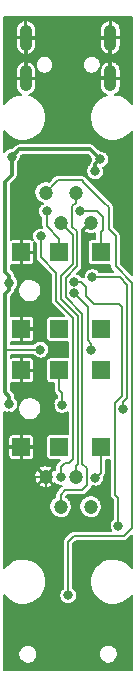
<source format=gbr>
G04 #@! TF.FileFunction,Copper,L2,Bot,Signal*
%FSLAX46Y46*%
G04 Gerber Fmt 4.6, Leading zero omitted, Abs format (unit mm)*
G04 Created by KiCad (PCBNEW (after 2015-mar-04 BZR unknown)-product) date 5/23/2015 10:25:57 AM*
%MOMM*%
G01*
G04 APERTURE LIST*
%ADD10C,0.100000*%
%ADD11O,1.050000X2.250000*%
%ADD12C,1.200000*%
%ADD13R,1.500000X1.500000*%
%ADD14C,0.800000*%
%ADD15C,0.200000*%
%ADD16C,0.300000*%
G04 APERTURE END LIST*
D10*
D11*
X3384600Y51857500D03*
X10534600Y51857500D03*
X10534600Y55307500D03*
X3384600Y55307500D03*
D12*
X5054600Y42192500D03*
X6324600Y39652500D03*
X7594600Y42192500D03*
X8864600Y39652500D03*
D13*
X9709600Y30642500D03*
X6209600Y30642500D03*
X3009600Y30642500D03*
X3009600Y37142500D03*
X6209600Y37142500D03*
X9709600Y37142500D03*
X9709600Y20642500D03*
X6209600Y20642500D03*
X3009600Y20642500D03*
X3009600Y27142500D03*
X6209600Y27142500D03*
X9709600Y27142500D03*
D12*
X8864600Y15592500D03*
X7594600Y18132500D03*
X6324600Y15592500D03*
X5054600Y18132500D03*
D14*
X8010000Y40592489D03*
X6319520Y18110200D03*
X4654819Y38474291D03*
X11649990Y23900000D03*
X9015681Y35027919D03*
X5036317Y35295337D03*
X11826240Y45097700D03*
X11050383Y45886816D03*
X3233420Y44877229D03*
X4386580Y44877229D03*
X1986262Y23251284D03*
X5459611Y24221440D03*
X2471330Y33329880D03*
X2537460Y6774180D03*
X2524760Y5669280D03*
X11467494Y5648129D03*
X11459626Y6770820D03*
X6964680Y14015720D03*
X9684590Y45001180D03*
X9260840Y44000420D03*
X2189480Y45227240D03*
X1990638Y24251276D03*
X4606260Y28890548D03*
X1986280Y34541460D03*
X5156200Y40592489D03*
X6459599Y24216293D03*
X9276080Y18052510D03*
X6959600Y8077200D03*
X7449194Y34643507D03*
X11224260Y13992860D03*
X7449194Y33643504D03*
X8915400Y28829000D03*
D15*
X9709600Y38421399D02*
X9709600Y37142500D01*
X9709600Y38869600D02*
X9709600Y38421399D01*
X9900000Y39060000D02*
X9709600Y38869600D01*
X9900000Y40116690D02*
X9900000Y39060000D01*
X9424201Y40592489D02*
X9900000Y40116690D01*
X8010000Y40592489D02*
X9424201Y40592489D01*
X6657094Y19285590D02*
X6319520Y18948016D01*
X7381020Y19618156D02*
X7048454Y19285590D01*
X7048454Y19285590D02*
X6657094Y19285590D01*
X7381020Y31572592D02*
X7381020Y19618156D01*
X5969193Y32984417D02*
X7381020Y31572592D01*
X5969193Y35398463D02*
X5969193Y32984417D01*
X6319520Y18948016D02*
X6319520Y18110200D01*
X4654819Y36712837D02*
X5969193Y35398463D01*
X4654819Y38474291D02*
X4654819Y36712837D01*
X6286500Y15630600D02*
X6324600Y15592500D01*
X6324600Y16619220D02*
X6324600Y15592500D01*
X8173265Y16990901D02*
X6696281Y16990901D01*
X8576079Y17393715D02*
X8173265Y16990901D01*
X8576079Y18833061D02*
X8576079Y17393715D01*
X8161020Y31895676D02*
X8161020Y19248120D01*
X8161020Y19248120D02*
X8576079Y18833061D01*
X6749193Y33307503D02*
X8161020Y31895676D01*
X6749193Y34979508D02*
X6749193Y33307503D01*
X6696281Y16990901D02*
X6324600Y16619220D01*
X7724140Y35954455D02*
X6749193Y34979508D01*
X7724140Y38900100D02*
X7724140Y35954455D01*
X7309999Y39314241D02*
X7724140Y38900100D01*
X7309999Y41059371D02*
X7309999Y39314241D01*
X7594600Y41343972D02*
X7309999Y41059371D01*
X7594600Y42192500D02*
X7594600Y41343972D01*
X7344150Y38632950D02*
X6324600Y39652500D01*
X7344150Y36111851D02*
X7344150Y38632950D01*
X6369203Y35136905D02*
X7344150Y36111851D01*
X6369203Y33150106D02*
X6369203Y35136905D01*
X7781030Y31738280D02*
X6369203Y33150106D01*
X7781030Y19244050D02*
X7781030Y31738280D01*
X7594600Y19057620D02*
X7781030Y19244050D01*
X7594600Y18132500D02*
X7594600Y19057620D01*
X11324451Y35027919D02*
X9015681Y35027919D01*
X11949990Y34402380D02*
X11324451Y35027919D01*
X11949990Y24765685D02*
X11949990Y34402380D01*
X11649990Y24465685D02*
X11949990Y24765685D01*
X11649990Y23900000D02*
X11649990Y24465685D01*
X10754360Y4041140D02*
X11267799Y4554579D01*
X11267799Y4554579D02*
X11467494Y4754274D01*
X11467494Y4754274D02*
X11467494Y5648129D01*
X11459626Y6770820D02*
X11459626Y5655997D01*
X11459626Y5655997D02*
X11467494Y5648129D01*
D16*
X3384600Y51857500D02*
X3384600Y53282500D01*
X3384600Y53282500D02*
X3384600Y55307500D01*
X3384600Y55307500D02*
X10534600Y55307500D01*
X10534600Y51857500D02*
X10534600Y55307500D01*
D15*
X3009600Y35555220D02*
X3269483Y35295337D01*
X3269483Y35295337D02*
X5036317Y35295337D01*
X3009600Y37142500D02*
X3009600Y36118408D01*
X3009600Y36118408D02*
X3009600Y35555220D01*
X4643120Y32506920D02*
X5036317Y32900117D01*
X5036317Y32900117D02*
X5036317Y35295337D01*
X4103912Y32506920D02*
X4643120Y32506920D01*
D16*
X11050383Y45886816D02*
X11050383Y45873557D01*
X11050383Y45873557D02*
X11826240Y45097700D01*
X3233420Y44877229D02*
X4386580Y44877229D01*
X10534600Y51857500D02*
X9256620Y51857500D01*
X9256620Y51857500D02*
X8475980Y51076860D01*
X8475980Y51076860D02*
X8475980Y47329806D01*
X8475980Y47329806D02*
X9552386Y46253400D01*
X9552386Y46253400D02*
X10118114Y46253400D01*
X10118114Y46253400D02*
X10484698Y45886816D01*
X10484698Y45886816D02*
X11050383Y45886816D01*
D15*
X3009600Y37142500D02*
X3009600Y43743580D01*
X3233420Y43967400D02*
X3233420Y44877229D01*
X3009600Y43743580D02*
X3233420Y43967400D01*
X2551947Y23251284D02*
X2874688Y22928543D01*
X2874688Y22928543D02*
X3091353Y22711878D01*
X3324840Y22682200D02*
X3121031Y22682200D01*
X3121031Y22682200D02*
X2874688Y22928543D01*
X1986262Y23251284D02*
X2551947Y23251284D01*
X5054600Y18132500D02*
X3178100Y18132500D01*
X3009600Y18301000D02*
X3009600Y20642500D01*
X3178100Y18132500D02*
X3009600Y18301000D01*
X2471330Y33329880D02*
X2471330Y32764195D01*
X3009600Y26192500D02*
X3009600Y27142500D01*
X3009600Y25438400D02*
X3009600Y26192500D01*
X3411893Y25036107D02*
X3009600Y25438400D01*
X4644944Y25036107D02*
X3411893Y25036107D01*
X5459611Y24221440D02*
X4644944Y25036107D01*
X5125008Y22682200D02*
X5459611Y23016803D01*
X5459611Y23016803D02*
X5459611Y24221440D01*
X3324840Y21907740D02*
X3324840Y22682200D01*
X3009600Y21592500D02*
X3324840Y21907740D01*
X3009600Y20642500D02*
X3009600Y21592500D01*
X3324840Y22682200D02*
X5125008Y22682200D01*
X2471330Y32764195D02*
X2728605Y32506920D01*
X3009600Y32492688D02*
X3009600Y30642500D01*
X3023832Y32506920D02*
X3009600Y32492688D01*
X2728605Y32506920D02*
X3023832Y32506920D01*
X3023832Y32506920D02*
X4103912Y32506920D01*
X4103912Y32506920D02*
X4439920Y32506920D01*
X4169598Y30642500D02*
X3009600Y30642500D01*
X5306261Y29505837D02*
X4169598Y30642500D01*
X5306261Y28489161D02*
X5306261Y29505837D01*
X3959600Y27142500D02*
X5306261Y28489161D01*
X3009600Y27142500D02*
X3959600Y27142500D01*
X11526520Y5666740D02*
X11529060Y5669280D01*
X2537460Y6774180D02*
X5158740Y6774180D01*
X5158740Y6774180D02*
X6014720Y7630160D01*
X6014720Y7630160D02*
X6014720Y12425680D01*
X6964680Y13375640D02*
X6964680Y14015720D01*
X6014720Y12425680D02*
X6964680Y13375640D01*
X5054600Y15187950D02*
X5054600Y18132500D01*
X5749667Y14492883D02*
X5054600Y15187950D01*
X6487517Y14492883D02*
X5749667Y14492883D01*
X6964680Y14015720D02*
X6487517Y14492883D01*
X3276600Y4041140D02*
X10754360Y4041140D01*
X2524760Y4792980D02*
X3276600Y4041140D01*
X2524760Y5669280D02*
X2524760Y4792980D01*
D16*
X2821940Y45859700D02*
X8826070Y45859700D01*
X8826070Y45859700D02*
X9684590Y45001180D01*
X2189480Y45227240D02*
X2821940Y45859700D01*
X9260840Y44000420D02*
X9260840Y44577430D01*
X9260840Y44577430D02*
X9684590Y45001180D01*
X2189480Y45227240D02*
X2589479Y45627239D01*
X9058531Y45627239D02*
X9684590Y45001180D01*
X1620520Y35837455D02*
X1620520Y43098720D01*
X1620520Y43098720D02*
X2189480Y43667680D01*
X2189480Y43667680D02*
X2189480Y45227240D01*
X1986280Y24907035D02*
X1986280Y24255634D01*
X1986280Y24255634D02*
X1990638Y24251276D01*
X1620520Y28885770D02*
X1620520Y25272795D01*
X1620520Y25272795D02*
X1986280Y24907035D01*
X1620520Y33589072D02*
X1620520Y28885770D01*
D15*
X1620520Y28885770D02*
X1625298Y28890548D01*
X1625298Y28890548D02*
X4606260Y28890548D01*
D16*
X1981200Y33949752D02*
X1620520Y33589072D01*
X1981200Y34536380D02*
X1986280Y34541460D01*
X1981200Y33949752D02*
X1981200Y34536380D01*
X1620520Y35472905D02*
X1620520Y35837455D01*
X1986280Y35107145D02*
X1620520Y35472905D01*
X1986280Y34541460D02*
X1986280Y35107145D01*
D15*
X5156200Y40592489D02*
X5156200Y39323800D01*
X6209600Y37972464D02*
X6209600Y37142500D01*
X5156200Y39323800D02*
X6209600Y38270400D01*
X6209600Y38270400D02*
X6209600Y37972464D01*
X6459599Y25214201D02*
X6209600Y25464200D01*
X6209600Y25464200D02*
X6209600Y27142500D01*
X6459599Y24216293D02*
X6459599Y25214201D01*
X9709600Y20642500D02*
X9709600Y18486030D01*
X9709600Y18486030D02*
X9276080Y18052510D01*
X8341646Y43006994D02*
X10030546Y41318094D01*
X10401300Y39118540D02*
X10401300Y40947340D01*
X10401300Y40947340D02*
X10030546Y41318094D01*
X10980000Y38473628D02*
X10980000Y35938068D01*
X10980000Y38473628D02*
X10980000Y38539840D01*
X10980000Y38539840D02*
X10401300Y39118540D01*
X8256139Y43092501D02*
X8341646Y43006994D01*
X5954601Y43092501D02*
X5819575Y42957475D01*
X5819575Y42957475D02*
X5054600Y42192500D01*
X8341646Y43006994D02*
X8112760Y43235880D01*
X8112760Y43235880D02*
X6097980Y43235880D01*
X6097980Y43235880D02*
X5819575Y42957475D01*
X10980000Y35938068D02*
X12350000Y34568068D01*
X12350000Y15115514D02*
X12350000Y14802909D01*
X12350000Y34568068D02*
X12350000Y15115514D01*
X12350000Y13802880D02*
X12350000Y15115514D01*
X11668760Y13121640D02*
X12350000Y13802880D01*
X7479731Y13121640D02*
X11668760Y13121640D01*
X6959600Y12601509D02*
X7479731Y13121640D01*
X6959600Y8077200D02*
X6959600Y12601509D01*
X7449194Y34643507D02*
X8014879Y34643507D01*
X8014879Y34643507D02*
X8496300Y34162086D01*
X8496300Y34162086D02*
X8496300Y33419488D01*
X8496300Y33419488D02*
X9162488Y32753300D01*
X9162488Y32753300D02*
X11276700Y32753300D01*
X11276700Y32753300D02*
X11549980Y32480020D01*
X11549980Y32480020D02*
X11549980Y24931373D01*
X11549980Y24931373D02*
X10949989Y24331382D01*
X11224260Y16336198D02*
X10949989Y16610469D01*
X11224260Y13992860D02*
X11224260Y16336198D01*
X10949989Y24331382D02*
X10949989Y16610469D01*
X7449194Y33643504D02*
X8620000Y32472698D01*
X8620000Y29692098D02*
X8620000Y31800841D01*
X8620000Y32472698D02*
X8620000Y31800841D01*
X8915400Y29396698D02*
X8620000Y29692098D01*
X8915400Y28829000D02*
X8915400Y29396698D01*
G36*
X10803753Y35477919D02*
X9617186Y35477919D01*
X9599702Y35504235D01*
X9496062Y35608600D01*
X9374125Y35690848D01*
X9238535Y35747844D01*
X9094457Y35777420D01*
X8947378Y35778446D01*
X8802900Y35750886D01*
X8666528Y35695788D01*
X8543454Y35615251D01*
X8438368Y35512342D01*
X8355271Y35390983D01*
X8297329Y35255794D01*
X8266749Y35111925D01*
X8265427Y35017274D01*
X8265212Y35017450D01*
X8228564Y35037101D01*
X8192153Y35057118D01*
X8189898Y35057834D01*
X8187812Y35058952D01*
X8148022Y35071117D01*
X8108439Y35083673D01*
X8106090Y35083937D01*
X8103825Y35084629D01*
X8062454Y35088832D01*
X8053109Y35089880D01*
X8033215Y35119823D01*
X7929575Y35224188D01*
X7807638Y35306436D01*
X7740668Y35334588D01*
X8042338Y35636257D01*
X8068726Y35668382D01*
X8095441Y35700220D01*
X8096579Y35702291D01*
X8098083Y35704121D01*
X8117744Y35740790D01*
X8137751Y35777181D01*
X8138466Y35779436D01*
X8139585Y35781522D01*
X8151749Y35821312D01*
X8164306Y35860895D01*
X8164569Y35863244D01*
X8165262Y35865509D01*
X8169464Y35906880D01*
X8174096Y35948172D01*
X8174128Y35952800D01*
X8174137Y35952884D01*
X8174129Y35952963D01*
X8174140Y35954455D01*
X8174140Y38900100D01*
X8170086Y38941440D01*
X8166461Y38982878D01*
X8165800Y38985151D01*
X8165570Y38987505D01*
X8153554Y39027304D01*
X8141959Y39067215D01*
X8140870Y39069315D01*
X8140186Y39071582D01*
X8120635Y39108352D01*
X8118560Y39112355D01*
X8217135Y39075746D01*
X8793889Y39652500D01*
X8779747Y39666642D01*
X8850458Y39737353D01*
X8864600Y39723211D01*
X8878741Y39737354D01*
X8949452Y39666643D01*
X8935311Y39652500D01*
X8949453Y39638358D01*
X8878742Y39567647D01*
X8864600Y39581789D01*
X8287846Y39005035D01*
X8344722Y38851885D01*
X8510904Y38765846D01*
X8690678Y38713880D01*
X8877136Y38697985D01*
X9063112Y38718771D01*
X9241459Y38775441D01*
X9259600Y38785138D01*
X9259600Y38421399D01*
X9259600Y38244194D01*
X8959600Y38244194D01*
X8902805Y38239577D01*
X8808554Y38210106D01*
X8726211Y38155593D01*
X8662270Y38080338D01*
X8621771Y37990273D01*
X8607906Y37892500D01*
X8607906Y36392500D01*
X8612523Y36335705D01*
X8641994Y36241454D01*
X8696507Y36159111D01*
X8771762Y36095170D01*
X8861827Y36054671D01*
X8959600Y36040806D01*
X10459600Y36040806D01*
X10516395Y36045423D01*
X10530000Y36049678D01*
X10530000Y35938068D01*
X10534053Y35896729D01*
X10537679Y35855290D01*
X10538339Y35853018D01*
X10538570Y35850663D01*
X10550585Y35810865D01*
X10562181Y35770953D01*
X10563269Y35768854D01*
X10563954Y35766586D01*
X10583504Y35729817D01*
X10602599Y35692981D01*
X10604071Y35691137D01*
X10605185Y35689042D01*
X10631487Y35656792D01*
X10657390Y35624344D01*
X10660638Y35621050D01*
X10660693Y35620983D01*
X10660755Y35620932D01*
X10661802Y35619870D01*
X10803753Y35477919D01*
X10803753Y35477919D01*
G37*
X10803753Y35477919D02*
X9617186Y35477919D01*
X9599702Y35504235D01*
X9496062Y35608600D01*
X9374125Y35690848D01*
X9238535Y35747844D01*
X9094457Y35777420D01*
X8947378Y35778446D01*
X8802900Y35750886D01*
X8666528Y35695788D01*
X8543454Y35615251D01*
X8438368Y35512342D01*
X8355271Y35390983D01*
X8297329Y35255794D01*
X8266749Y35111925D01*
X8265427Y35017274D01*
X8265212Y35017450D01*
X8228564Y35037101D01*
X8192153Y35057118D01*
X8189898Y35057834D01*
X8187812Y35058952D01*
X8148022Y35071117D01*
X8108439Y35083673D01*
X8106090Y35083937D01*
X8103825Y35084629D01*
X8062454Y35088832D01*
X8053109Y35089880D01*
X8033215Y35119823D01*
X7929575Y35224188D01*
X7807638Y35306436D01*
X7740668Y35334588D01*
X8042338Y35636257D01*
X8068726Y35668382D01*
X8095441Y35700220D01*
X8096579Y35702291D01*
X8098083Y35704121D01*
X8117744Y35740790D01*
X8137751Y35777181D01*
X8138466Y35779436D01*
X8139585Y35781522D01*
X8151749Y35821312D01*
X8164306Y35860895D01*
X8164569Y35863244D01*
X8165262Y35865509D01*
X8169464Y35906880D01*
X8174096Y35948172D01*
X8174128Y35952800D01*
X8174137Y35952884D01*
X8174129Y35952963D01*
X8174140Y35954455D01*
X8174140Y38900100D01*
X8170086Y38941440D01*
X8166461Y38982878D01*
X8165800Y38985151D01*
X8165570Y38987505D01*
X8153554Y39027304D01*
X8141959Y39067215D01*
X8140870Y39069315D01*
X8140186Y39071582D01*
X8120635Y39108352D01*
X8118560Y39112355D01*
X8217135Y39075746D01*
X8793889Y39652500D01*
X8779747Y39666642D01*
X8850458Y39737353D01*
X8864600Y39723211D01*
X8878741Y39737354D01*
X8949452Y39666643D01*
X8935311Y39652500D01*
X8949453Y39638358D01*
X8878742Y39567647D01*
X8864600Y39581789D01*
X8287846Y39005035D01*
X8344722Y38851885D01*
X8510904Y38765846D01*
X8690678Y38713880D01*
X8877136Y38697985D01*
X9063112Y38718771D01*
X9241459Y38775441D01*
X9259600Y38785138D01*
X9259600Y38421399D01*
X9259600Y38244194D01*
X8959600Y38244194D01*
X8902805Y38239577D01*
X8808554Y38210106D01*
X8726211Y38155593D01*
X8662270Y38080338D01*
X8621771Y37990273D01*
X8607906Y37892500D01*
X8607906Y36392500D01*
X8612523Y36335705D01*
X8641994Y36241454D01*
X8696507Y36159111D01*
X8771762Y36095170D01*
X8861827Y36054671D01*
X8959600Y36040806D01*
X10459600Y36040806D01*
X10516395Y36045423D01*
X10530000Y36049678D01*
X10530000Y35938068D01*
X10534053Y35896729D01*
X10537679Y35855290D01*
X10538339Y35853018D01*
X10538570Y35850663D01*
X10550585Y35810865D01*
X10562181Y35770953D01*
X10563269Y35768854D01*
X10563954Y35766586D01*
X10583504Y35729817D01*
X10602599Y35692981D01*
X10604071Y35691137D01*
X10605185Y35689042D01*
X10631487Y35656792D01*
X10657390Y35624344D01*
X10660638Y35621050D01*
X10660693Y35620983D01*
X10660755Y35620932D01*
X10661802Y35619870D01*
X10803753Y35477919D01*
G36*
X12346000Y1730680D02*
X11159634Y1730680D01*
X11159634Y3186244D01*
X11129161Y3340144D01*
X11069376Y3485195D01*
X10982555Y3615870D01*
X10872007Y3727193D01*
X10741941Y3814924D01*
X10597311Y3875721D01*
X10443627Y3907267D01*
X10286743Y3908363D01*
X10132634Y3878965D01*
X9987170Y3820193D01*
X9855891Y3734287D01*
X9743799Y3624518D01*
X9655162Y3495068D01*
X9593358Y3350866D01*
X9560739Y3197407D01*
X9558548Y3040534D01*
X9586870Y2886223D01*
X9644624Y2740352D01*
X9729612Y2608477D01*
X9838595Y2495621D01*
X9967424Y2406083D01*
X10111190Y2343273D01*
X10264418Y2309584D01*
X10421272Y2306298D01*
X10575777Y2333542D01*
X10722047Y2390276D01*
X10854512Y2474341D01*
X10968126Y2582534D01*
X11058562Y2710734D01*
X11122374Y2854059D01*
X11157132Y3007048D01*
X11159634Y3186244D01*
X11159634Y1730680D01*
X4359634Y1730680D01*
X4359634Y3186244D01*
X4329161Y3340144D01*
X4269376Y3485195D01*
X4182555Y3615870D01*
X4072007Y3727193D01*
X3941941Y3814924D01*
X3797311Y3875721D01*
X3643627Y3907267D01*
X3486743Y3908363D01*
X3332634Y3878965D01*
X3187170Y3820193D01*
X3055891Y3734287D01*
X2943799Y3624518D01*
X2855162Y3495068D01*
X2793358Y3350866D01*
X2760739Y3197407D01*
X2758548Y3040534D01*
X2786870Y2886223D01*
X2844624Y2740352D01*
X2929612Y2608477D01*
X3038595Y2495621D01*
X3167424Y2406083D01*
X3311190Y2343273D01*
X3464418Y2309584D01*
X3621272Y2306298D01*
X3775777Y2333542D01*
X3922047Y2390276D01*
X4054512Y2474341D01*
X4168126Y2582534D01*
X4258562Y2710734D01*
X4322374Y2854059D01*
X4357132Y3007048D01*
X4359634Y3186244D01*
X4359634Y1730680D01*
X1573200Y1730680D01*
X1573200Y8088717D01*
X1614004Y8025401D01*
X1879651Y7750315D01*
X2193671Y7532066D01*
X2544101Y7378967D01*
X2917595Y7296849D01*
X3299926Y7288840D01*
X3676531Y7355246D01*
X4033065Y7493536D01*
X4355949Y7698444D01*
X4632883Y7962165D01*
X4853319Y8274653D01*
X5008861Y8624006D01*
X5093584Y8996918D01*
X5099683Y9433707D01*
X5025405Y9808839D01*
X4879678Y10162399D01*
X4668053Y10480920D01*
X4398591Y10752271D01*
X4081555Y10966114D01*
X3729021Y11114306D01*
X3354417Y11191201D01*
X2972011Y11193871D01*
X2959600Y11191504D01*
X2959600Y19630000D01*
X2959600Y20592500D01*
X2959600Y20692500D01*
X2959600Y21655000D01*
X2872100Y21742500D01*
X2294072Y21742500D01*
X2225128Y21742500D01*
X2157509Y21729050D01*
X2093813Y21702666D01*
X2036488Y21664363D01*
X1987737Y21615612D01*
X1949434Y21558287D01*
X1923050Y21494591D01*
X1909600Y21426972D01*
X1909600Y20780000D01*
X1997100Y20692500D01*
X2959600Y20692500D01*
X2959600Y20592500D01*
X1997100Y20592500D01*
X1909600Y20505000D01*
X1909600Y19858028D01*
X1923050Y19790409D01*
X1949434Y19726713D01*
X1987737Y19669388D01*
X2036488Y19620637D01*
X2093813Y19582334D01*
X2157509Y19555950D01*
X2225128Y19542500D01*
X2294072Y19542500D01*
X2872100Y19542500D01*
X2959600Y19630000D01*
X2959600Y11191504D01*
X2596370Y11122213D01*
X2241802Y10978958D01*
X1921811Y10769562D01*
X1648586Y10502001D01*
X1573200Y10391903D01*
X1573200Y23628011D01*
X1622973Y23593417D01*
X1757754Y23534532D01*
X1901405Y23502948D01*
X2048456Y23499868D01*
X2193304Y23525409D01*
X2330432Y23578597D01*
X2454618Y23657408D01*
X2561131Y23758839D01*
X2645915Y23879027D01*
X2705738Y24013394D01*
X2738324Y24156821D01*
X2740670Y24324817D01*
X2712102Y24469099D01*
X2656053Y24605083D01*
X2574659Y24727592D01*
X2486280Y24816590D01*
X2486280Y24907035D01*
X2481774Y24952988D01*
X2477748Y24999010D01*
X2477014Y25001535D01*
X2476758Y25004152D01*
X2463407Y25048371D01*
X2450523Y25092719D01*
X2449312Y25095055D01*
X2448553Y25097570D01*
X2426875Y25138341D01*
X2405616Y25179354D01*
X2403975Y25181409D01*
X2402741Y25183731D01*
X2373534Y25219542D01*
X2344735Y25255617D01*
X2341124Y25259280D01*
X2341065Y25259352D01*
X2340997Y25259408D01*
X2339834Y25260588D01*
X2120520Y25479902D01*
X2120520Y26071272D01*
X2157509Y26055950D01*
X2225128Y26042500D01*
X2294072Y26042500D01*
X2872100Y26042500D01*
X2959600Y26130000D01*
X2959600Y27092500D01*
X2939600Y27092500D01*
X2939600Y27192500D01*
X2959600Y27192500D01*
X2959600Y28155000D01*
X2872100Y28242500D01*
X2294072Y28242500D01*
X2225128Y28242500D01*
X2157509Y28229050D01*
X2120520Y28213729D01*
X2120520Y28440548D01*
X4003971Y28440548D01*
X4015646Y28422433D01*
X4117818Y28316631D01*
X4238595Y28232689D01*
X4373376Y28173804D01*
X4517027Y28142220D01*
X4664078Y28139140D01*
X4808926Y28164681D01*
X4946054Y28217869D01*
X5070240Y28296680D01*
X5176753Y28398111D01*
X5261537Y28518299D01*
X5321360Y28652666D01*
X5353946Y28796093D01*
X5356292Y28964089D01*
X5327724Y29108371D01*
X5271675Y29244355D01*
X5190281Y29366864D01*
X5086641Y29471229D01*
X4964704Y29553477D01*
X4829114Y29610473D01*
X4685036Y29640049D01*
X4684642Y29640052D01*
X4684642Y33988104D01*
X4647503Y34175670D01*
X4574640Y34352450D01*
X4468827Y34511710D01*
X4334096Y34647386D01*
X4175578Y34754308D01*
X4109600Y34782043D01*
X4109600Y36358028D01*
X4109600Y37005000D01*
X4022100Y37092500D01*
X3059600Y37092500D01*
X3059600Y36130000D01*
X3147100Y36042500D01*
X3725128Y36042500D01*
X3794072Y36042500D01*
X3861691Y36055950D01*
X3925387Y36082334D01*
X3982712Y36120637D01*
X4031463Y36169388D01*
X4069766Y36226713D01*
X4096150Y36290409D01*
X4109600Y36358028D01*
X4109600Y34782043D01*
X3999310Y34828403D01*
X3812008Y34866851D01*
X3620806Y34868186D01*
X3432985Y34832357D01*
X3255701Y34760730D01*
X3095705Y34656031D01*
X2959092Y34522251D01*
X2851067Y34364483D01*
X2775742Y34188737D01*
X2735988Y34001708D01*
X2733318Y33810519D01*
X2767835Y33622453D01*
X2838223Y33444673D01*
X2941801Y33283950D01*
X3074625Y33146407D01*
X3231635Y33037283D01*
X3406850Y32960733D01*
X3593598Y32919674D01*
X3784763Y32915669D01*
X3973066Y32948872D01*
X4151333Y33018018D01*
X4312775Y33120472D01*
X4451242Y33252332D01*
X4561460Y33408576D01*
X4639231Y33583253D01*
X4681593Y33769709D01*
X4684642Y33988104D01*
X4684642Y29640052D01*
X4537957Y29641075D01*
X4393479Y29613515D01*
X4257107Y29558417D01*
X4134033Y29477880D01*
X4109600Y29453954D01*
X4109600Y29858028D01*
X4109600Y30505000D01*
X4109600Y30780000D01*
X4109600Y31426972D01*
X4096150Y31494591D01*
X4069766Y31558287D01*
X4031463Y31615612D01*
X3982712Y31664363D01*
X3925387Y31702666D01*
X3861691Y31729050D01*
X3794072Y31742500D01*
X3725128Y31742500D01*
X3147100Y31742500D01*
X3059600Y31655000D01*
X3059600Y30692500D01*
X4022100Y30692500D01*
X4109600Y30780000D01*
X4109600Y30505000D01*
X4022100Y30592500D01*
X3059600Y30592500D01*
X3059600Y29630000D01*
X3147100Y29542500D01*
X3725128Y29542500D01*
X3794072Y29542500D01*
X3861691Y29555950D01*
X3925387Y29582334D01*
X3982712Y29620637D01*
X4031463Y29669388D01*
X4069766Y29726713D01*
X4096150Y29790409D01*
X4109600Y29858028D01*
X4109600Y29453954D01*
X4028947Y29374971D01*
X4005376Y29340548D01*
X2120520Y29340548D01*
X2120520Y29571272D01*
X2157509Y29555950D01*
X2225128Y29542500D01*
X2294072Y29542500D01*
X2872100Y29542500D01*
X2959600Y29630000D01*
X2959600Y30592500D01*
X2939600Y30592500D01*
X2939600Y30692500D01*
X2959600Y30692500D01*
X2959600Y31655000D01*
X2872100Y31742500D01*
X2294072Y31742500D01*
X2225128Y31742500D01*
X2157509Y31729050D01*
X2120520Y31713729D01*
X2120520Y33381966D01*
X2334754Y33596199D01*
X2364079Y33631901D01*
X2393757Y33667268D01*
X2395023Y33669572D01*
X2396693Y33671604D01*
X2418509Y33712294D01*
X2440768Y33752781D01*
X2441564Y33755291D01*
X2442805Y33757605D01*
X2456298Y33801741D01*
X2470274Y33845796D01*
X2470567Y33848410D01*
X2471336Y33850924D01*
X2476005Y33896895D01*
X2481151Y33942771D01*
X2481187Y33947910D01*
X2481197Y33948007D01*
X2481188Y33948099D01*
X2481200Y33949752D01*
X2481200Y33977056D01*
X2556773Y34049023D01*
X2641557Y34169211D01*
X2701380Y34303578D01*
X2733966Y34447005D01*
X2736312Y34615001D01*
X2707744Y34759283D01*
X2651695Y34895267D01*
X2570301Y35017776D01*
X2486280Y35102385D01*
X2486280Y35107145D01*
X2481774Y35153098D01*
X2477748Y35199120D01*
X2477014Y35201645D01*
X2476758Y35204262D01*
X2463407Y35248481D01*
X2450523Y35292829D01*
X2449312Y35295165D01*
X2448553Y35297680D01*
X2426875Y35338451D01*
X2405616Y35379464D01*
X2403975Y35381519D01*
X2402741Y35383841D01*
X2373534Y35419652D01*
X2344735Y35455727D01*
X2341124Y35459390D01*
X2341065Y35459462D01*
X2340997Y35459518D01*
X2339834Y35460698D01*
X2120520Y35680012D01*
X2120520Y35837455D01*
X2120520Y36071272D01*
X2157509Y36055950D01*
X2225128Y36042500D01*
X2294072Y36042500D01*
X2872100Y36042500D01*
X2959600Y36130000D01*
X2959600Y37092500D01*
X2939600Y37092500D01*
X2939600Y37192500D01*
X2959600Y37192500D01*
X2959600Y38155000D01*
X2872100Y38242500D01*
X2294072Y38242500D01*
X2225128Y38242500D01*
X2157509Y38229050D01*
X2120520Y38213729D01*
X2120520Y42891614D01*
X2543033Y43314127D01*
X2572312Y43349772D01*
X2602037Y43385196D01*
X2603305Y43387503D01*
X2604972Y43389532D01*
X2626778Y43430202D01*
X2649048Y43470709D01*
X2649843Y43473217D01*
X2651085Y43475532D01*
X2664587Y43519696D01*
X2678554Y43563724D01*
X2678846Y43566336D01*
X2679616Y43568851D01*
X2684285Y43614828D01*
X2689431Y43660699D01*
X2689467Y43665838D01*
X2689477Y43665935D01*
X2689468Y43666027D01*
X2689480Y43667680D01*
X2689480Y44667674D01*
X2759973Y44734803D01*
X2844757Y44854991D01*
X2904580Y44989358D01*
X2937166Y45132785D01*
X2939078Y45269732D01*
X2939078Y45269733D01*
X2943032Y45273686D01*
X3029046Y45359700D01*
X8618963Y45359700D01*
X8704978Y45273686D01*
X8935077Y45043587D01*
X8933875Y44957572D01*
X8907287Y44930983D01*
X8878007Y44895339D01*
X8848283Y44859914D01*
X8847014Y44857608D01*
X8845348Y44855578D01*
X8823541Y44814909D01*
X8801272Y44774401D01*
X8800476Y44771894D01*
X8799235Y44769578D01*
X8785732Y44725415D01*
X8771766Y44681386D01*
X8771473Y44678775D01*
X8770704Y44676259D01*
X8766034Y44630283D01*
X8760889Y44584411D01*
X8760852Y44579273D01*
X8760843Y44579175D01*
X8760851Y44579084D01*
X8760840Y44577430D01*
X8760840Y44560555D01*
X8683527Y44484843D01*
X8600430Y44363484D01*
X8542488Y44228295D01*
X8511908Y44084426D01*
X8509854Y43937358D01*
X8536405Y43792692D01*
X8590550Y43655938D01*
X8670226Y43532305D01*
X8772398Y43426503D01*
X8893175Y43342561D01*
X9027956Y43283676D01*
X9171607Y43252092D01*
X9318658Y43249012D01*
X9463506Y43274553D01*
X9600634Y43327741D01*
X9724820Y43406552D01*
X9831333Y43507983D01*
X9916117Y43628171D01*
X9975940Y43762538D01*
X10008526Y43905965D01*
X10010872Y44073961D01*
X9982304Y44218243D01*
X9948922Y44299232D01*
X10024384Y44328501D01*
X10148570Y44407312D01*
X10255083Y44508743D01*
X10339867Y44628931D01*
X10399690Y44763298D01*
X10432276Y44906725D01*
X10434622Y45074721D01*
X10406054Y45219003D01*
X10350005Y45354987D01*
X10268611Y45477496D01*
X10164971Y45581861D01*
X10043034Y45664109D01*
X9907444Y45721105D01*
X9763366Y45750681D01*
X9641344Y45751533D01*
X9641343Y45751533D01*
X9412084Y45980792D01*
X9179623Y46213253D01*
X9143978Y46242533D01*
X9108554Y46272257D01*
X9106247Y46273526D01*
X9104218Y46275192D01*
X9063548Y46296999D01*
X9023041Y46319268D01*
X9020533Y46320064D01*
X9018218Y46321305D01*
X8974054Y46334808D01*
X8930026Y46348774D01*
X8927414Y46349067D01*
X8924899Y46349836D01*
X8878922Y46354506D01*
X8833051Y46359651D01*
X8827912Y46359688D01*
X8827815Y46359697D01*
X8827723Y46359689D01*
X8826070Y46359700D01*
X5709632Y46359700D01*
X5709632Y53081041D01*
X5681064Y53225323D01*
X5625015Y53361307D01*
X5543621Y53483816D01*
X5439981Y53588181D01*
X5318044Y53670429D01*
X5182454Y53727425D01*
X5038376Y53757001D01*
X4891297Y53758027D01*
X4746819Y53730467D01*
X4610447Y53675369D01*
X4487373Y53594832D01*
X4382287Y53491923D01*
X4299190Y53370564D01*
X4259600Y53278194D01*
X4259600Y54657500D01*
X4259600Y55257500D01*
X4259600Y55357500D01*
X4259600Y55957500D01*
X4233033Y56127243D01*
X4173861Y56288542D01*
X4084358Y56435198D01*
X3967964Y56561574D01*
X3829151Y56662815D01*
X3673254Y56735029D01*
X3570641Y56762493D01*
X3434600Y56693411D01*
X3434600Y55357500D01*
X4259600Y55357500D01*
X4259600Y55257500D01*
X3434600Y55257500D01*
X3434600Y53921589D01*
X3570641Y53852507D01*
X3673254Y53879971D01*
X3829151Y53952185D01*
X3967964Y54053426D01*
X4084358Y54179802D01*
X4173861Y54326458D01*
X4233033Y54487757D01*
X4259600Y54657500D01*
X4259600Y53278194D01*
X4241248Y53235375D01*
X4210668Y53091506D01*
X4208614Y52944438D01*
X4235165Y52799772D01*
X4289310Y52663018D01*
X4368986Y52539385D01*
X4471158Y52433583D01*
X4591935Y52349641D01*
X4726716Y52290756D01*
X4870367Y52259172D01*
X5017418Y52256092D01*
X5162266Y52281633D01*
X5299394Y52334821D01*
X5423580Y52413632D01*
X5530093Y52515063D01*
X5614877Y52635251D01*
X5674700Y52769618D01*
X5707286Y52913045D01*
X5709632Y53081041D01*
X5709632Y46359700D01*
X2821940Y46359700D01*
X2776037Y46355200D01*
X2729965Y46351169D01*
X2727435Y46350435D01*
X2724823Y46350178D01*
X2680692Y46336854D01*
X2636256Y46323944D01*
X2633916Y46322732D01*
X2631405Y46321973D01*
X2590669Y46300314D01*
X2549621Y46279036D01*
X2547566Y46277396D01*
X2545244Y46276161D01*
X2509433Y46246955D01*
X2473358Y46218155D01*
X2469695Y46214545D01*
X2469623Y46214485D01*
X2469567Y46214418D01*
X2468387Y46213254D01*
X2232127Y45976994D01*
X2232126Y45976994D01*
X2121177Y45977767D01*
X1976699Y45950207D01*
X1840327Y45895109D01*
X1717253Y45814572D01*
X1612167Y45711663D01*
X1573200Y45654754D01*
X1573200Y47388717D01*
X1614004Y47325401D01*
X1879651Y47050315D01*
X2193671Y46832066D01*
X2544101Y46678967D01*
X2917595Y46596849D01*
X3299926Y46588840D01*
X3676531Y46655246D01*
X4033065Y46793536D01*
X4355949Y46998444D01*
X4632883Y47262165D01*
X4853319Y47574653D01*
X5008861Y47924006D01*
X5093584Y48296918D01*
X5099683Y48733707D01*
X5025405Y49108839D01*
X4879678Y49462399D01*
X4668053Y49780920D01*
X4398591Y50052271D01*
X4081555Y50266114D01*
X3729021Y50414306D01*
X3664335Y50427584D01*
X3673254Y50429971D01*
X3829151Y50502185D01*
X3967964Y50603426D01*
X4084358Y50729802D01*
X4173861Y50876458D01*
X4233033Y51037757D01*
X4259600Y51207500D01*
X4259600Y51807500D01*
X4259600Y51907500D01*
X4259600Y52507500D01*
X4233033Y52677243D01*
X4173861Y52838542D01*
X4084358Y52985198D01*
X3967964Y53111574D01*
X3829151Y53212815D01*
X3673254Y53285029D01*
X3570641Y53312493D01*
X3434600Y53243411D01*
X3434600Y51907500D01*
X4259600Y51907500D01*
X4259600Y51807500D01*
X3434600Y51807500D01*
X3434600Y51787500D01*
X3334600Y51787500D01*
X3334600Y51807500D01*
X3334600Y51907500D01*
X3334600Y53243411D01*
X3334600Y53921589D01*
X3334600Y55257500D01*
X3334600Y55357500D01*
X3334600Y56693411D01*
X3198559Y56762493D01*
X3095946Y56735029D01*
X2940049Y56662815D01*
X2801236Y56561574D01*
X2684842Y56435198D01*
X2595339Y56288542D01*
X2536167Y56127243D01*
X2509600Y55957500D01*
X2509600Y55357500D01*
X3334600Y55357500D01*
X3334600Y55257500D01*
X2509600Y55257500D01*
X2509600Y54657500D01*
X2536167Y54487757D01*
X2595339Y54326458D01*
X2684842Y54179802D01*
X2801236Y54053426D01*
X2940049Y53952185D01*
X3095946Y53879971D01*
X3198559Y53852507D01*
X3334600Y53921589D01*
X3334600Y53243411D01*
X3198559Y53312493D01*
X3095946Y53285029D01*
X2940049Y53212815D01*
X2801236Y53111574D01*
X2684842Y52985198D01*
X2595339Y52838542D01*
X2536167Y52677243D01*
X2509600Y52507500D01*
X2509600Y51907500D01*
X3334600Y51907500D01*
X3334600Y51807500D01*
X2509600Y51807500D01*
X2509600Y51207500D01*
X2536167Y51037757D01*
X2595339Y50876458D01*
X2684842Y50729802D01*
X2801236Y50603426D01*
X2940049Y50502185D01*
X2962085Y50491978D01*
X2596370Y50422213D01*
X2241802Y50278958D01*
X1921811Y50069562D01*
X1648586Y49802001D01*
X1573200Y49691903D01*
X1573200Y57034760D01*
X12346000Y57034760D01*
X12346000Y49693703D01*
X12288053Y49780920D01*
X12018591Y50052271D01*
X11701555Y50266114D01*
X11349021Y50414306D01*
X10974417Y50491201D01*
X10955720Y50491332D01*
X10979151Y50502185D01*
X11117964Y50603426D01*
X11234358Y50729802D01*
X11323861Y50876458D01*
X11383033Y51037757D01*
X11409600Y51207500D01*
X11409600Y51807500D01*
X11409600Y51907500D01*
X11409600Y52507500D01*
X11409600Y54657500D01*
X11409600Y55257500D01*
X11409600Y55357500D01*
X11409600Y55957500D01*
X11383033Y56127243D01*
X11323861Y56288542D01*
X11234358Y56435198D01*
X11117964Y56561574D01*
X10979151Y56662815D01*
X10823254Y56735029D01*
X10720641Y56762493D01*
X10584600Y56693411D01*
X10584600Y55357500D01*
X11409600Y55357500D01*
X11409600Y55257500D01*
X10584600Y55257500D01*
X10584600Y53921589D01*
X10720641Y53852507D01*
X10823254Y53879971D01*
X10979151Y53952185D01*
X11117964Y54053426D01*
X11234358Y54179802D01*
X11323861Y54326458D01*
X11383033Y54487757D01*
X11409600Y54657500D01*
X11409600Y52507500D01*
X11383033Y52677243D01*
X11323861Y52838542D01*
X11234358Y52985198D01*
X11117964Y53111574D01*
X10979151Y53212815D01*
X10823254Y53285029D01*
X10720641Y53312493D01*
X10584600Y53243411D01*
X10584600Y51907500D01*
X11409600Y51907500D01*
X11409600Y51807500D01*
X10584600Y51807500D01*
X10584600Y51787500D01*
X10484600Y51787500D01*
X10484600Y51807500D01*
X10484600Y51907500D01*
X10484600Y53243411D01*
X10484600Y53921589D01*
X10484600Y55257500D01*
X10484600Y55357500D01*
X10484600Y56693411D01*
X10348559Y56762493D01*
X10245946Y56735029D01*
X10090049Y56662815D01*
X9951236Y56561574D01*
X9834842Y56435198D01*
X9745339Y56288542D01*
X9686167Y56127243D01*
X9659600Y55957500D01*
X9659600Y55357500D01*
X10484600Y55357500D01*
X10484600Y55257500D01*
X9659600Y55257500D01*
X9659600Y54657500D01*
X9686167Y54487757D01*
X9745339Y54326458D01*
X9834842Y54179802D01*
X9951236Y54053426D01*
X10090049Y53952185D01*
X10245946Y53879971D01*
X10348559Y53852507D01*
X10484600Y53921589D01*
X10484600Y53243411D01*
X10348559Y53312493D01*
X10245946Y53285029D01*
X10090049Y53212815D01*
X9951236Y53111574D01*
X9834842Y52985198D01*
X9745339Y52838542D01*
X9709632Y52741208D01*
X9709632Y53081041D01*
X9681064Y53225323D01*
X9625015Y53361307D01*
X9543621Y53483816D01*
X9439981Y53588181D01*
X9318044Y53670429D01*
X9182454Y53727425D01*
X9038376Y53757001D01*
X8891297Y53758027D01*
X8746819Y53730467D01*
X8610447Y53675369D01*
X8487373Y53594832D01*
X8382287Y53491923D01*
X8299190Y53370564D01*
X8241248Y53235375D01*
X8210668Y53091506D01*
X8208614Y52944438D01*
X8235165Y52799772D01*
X8289310Y52663018D01*
X8368986Y52539385D01*
X8471158Y52433583D01*
X8591935Y52349641D01*
X8726716Y52290756D01*
X8870367Y52259172D01*
X9017418Y52256092D01*
X9162266Y52281633D01*
X9299394Y52334821D01*
X9423580Y52413632D01*
X9530093Y52515063D01*
X9614877Y52635251D01*
X9674700Y52769618D01*
X9707286Y52913045D01*
X9709632Y53081041D01*
X9709632Y52741208D01*
X9686167Y52677243D01*
X9659600Y52507500D01*
X9659600Y51907500D01*
X10484600Y51907500D01*
X10484600Y51807500D01*
X9659600Y51807500D01*
X9659600Y51207500D01*
X9686167Y51037757D01*
X9745339Y50876458D01*
X9834842Y50729802D01*
X9951236Y50603426D01*
X10090049Y50502185D01*
X10245946Y50429971D01*
X10250562Y50428736D01*
X10216370Y50422213D01*
X9861802Y50278958D01*
X9541811Y50069562D01*
X9268586Y49802001D01*
X9052534Y49486465D01*
X8901885Y49134974D01*
X8822376Y48760916D01*
X8817037Y48378539D01*
X8886070Y48002407D01*
X9026846Y47646846D01*
X9234004Y47325401D01*
X9499651Y47050315D01*
X9813671Y46832066D01*
X10164101Y46678967D01*
X10537595Y46596849D01*
X10919926Y46588840D01*
X11296531Y46655246D01*
X11653065Y46793536D01*
X11975949Y46998444D01*
X12252883Y47262165D01*
X12346000Y47394167D01*
X12346000Y35208464D01*
X11430000Y36124464D01*
X11430000Y38473628D01*
X11430000Y38539840D01*
X11425941Y38581230D01*
X11422320Y38622618D01*
X11421661Y38624886D01*
X11421430Y38627245D01*
X11409405Y38667072D01*
X11397819Y38706956D01*
X11396729Y38709058D01*
X11396046Y38711322D01*
X11376516Y38748053D01*
X11357401Y38784928D01*
X11355927Y38786775D01*
X11354815Y38788866D01*
X11328505Y38821125D01*
X11302609Y38853564D01*
X11299362Y38856857D01*
X11299307Y38856925D01*
X11299243Y38856978D01*
X11298198Y38858038D01*
X10851300Y39304936D01*
X10851300Y40947340D01*
X10847246Y40988680D01*
X10843621Y41030118D01*
X10842960Y41032391D01*
X10842730Y41034745D01*
X10830718Y41074531D01*
X10819119Y41114456D01*
X10818029Y41116558D01*
X10817346Y41118822D01*
X10797816Y41155553D01*
X10778701Y41192428D01*
X10777227Y41194275D01*
X10776115Y41196366D01*
X10749805Y41228625D01*
X10723909Y41261064D01*
X10720662Y41264357D01*
X10720607Y41264425D01*
X10720543Y41264478D01*
X10719498Y41265538D01*
X10348744Y41636292D01*
X8659844Y43325192D01*
X8574337Y43410699D01*
X8430958Y43554078D01*
X8398855Y43580448D01*
X8366995Y43607181D01*
X8364921Y43608321D01*
X8363093Y43609823D01*
X8326445Y43629474D01*
X8290034Y43649491D01*
X8287779Y43650207D01*
X8285693Y43651325D01*
X8245903Y43663490D01*
X8206320Y43676046D01*
X8203971Y43676310D01*
X8201706Y43677002D01*
X8160335Y43681205D01*
X8119043Y43685836D01*
X8114415Y43685869D01*
X8114331Y43685877D01*
X8114252Y43685870D01*
X8112760Y43685880D01*
X6097980Y43685880D01*
X6056640Y43681827D01*
X6015202Y43678201D01*
X6012929Y43677541D01*
X6010575Y43677310D01*
X5970789Y43665299D01*
X5930864Y43653699D01*
X5928762Y43652610D01*
X5926498Y43651926D01*
X5889767Y43632397D01*
X5852892Y43613281D01*
X5851045Y43611808D01*
X5848954Y43610695D01*
X5816725Y43584410D01*
X5784256Y43558490D01*
X5780961Y43555242D01*
X5780895Y43555187D01*
X5780843Y43555125D01*
X5779782Y43554078D01*
X5636403Y43410699D01*
X5501377Y43275673D01*
X5331263Y43105560D01*
X5154383Y43141868D01*
X4968082Y43143168D01*
X4785078Y43108258D01*
X4612339Y43038467D01*
X4456446Y42936454D01*
X4323336Y42806103D01*
X4218080Y42652381D01*
X4144687Y42481141D01*
X4105952Y42298908D01*
X4103351Y42112621D01*
X4136982Y41929377D01*
X4205566Y41756156D01*
X4306489Y41599554D01*
X4435907Y41465538D01*
X4588891Y41359211D01*
X4759613Y41284624D01*
X4829225Y41269319D01*
X4807047Y41260358D01*
X4683973Y41179821D01*
X4578887Y41076912D01*
X4495790Y40955553D01*
X4437848Y40820364D01*
X4407268Y40676495D01*
X4405214Y40529427D01*
X4431765Y40384761D01*
X4485910Y40248007D01*
X4565586Y40124374D01*
X4667758Y40018572D01*
X4706200Y39991855D01*
X4706200Y39323800D01*
X4710253Y39282461D01*
X4713879Y39241022D01*
X4714539Y39238750D01*
X4714770Y39236395D01*
X4718543Y39223897D01*
X4586516Y39224818D01*
X4442038Y39197258D01*
X4305666Y39142160D01*
X4182592Y39061623D01*
X4077506Y38958714D01*
X3994409Y38837355D01*
X3936467Y38702166D01*
X3905887Y38558297D01*
X3903833Y38411229D01*
X3930384Y38266563D01*
X3966580Y38175142D01*
X3925387Y38202666D01*
X3861691Y38229050D01*
X3794072Y38242500D01*
X3725128Y38242500D01*
X3147100Y38242500D01*
X3059600Y38155000D01*
X3059600Y37192500D01*
X4022100Y37192500D01*
X4109600Y37280000D01*
X4109600Y37926972D01*
X4101534Y37967521D01*
X4166377Y37900374D01*
X4204819Y37873657D01*
X4204819Y36712837D01*
X4208872Y36671498D01*
X4212498Y36630059D01*
X4213158Y36627787D01*
X4213389Y36625432D01*
X4225404Y36585634D01*
X4237000Y36545722D01*
X4238088Y36543623D01*
X4238773Y36541355D01*
X4258323Y36504586D01*
X4277418Y36467750D01*
X4278890Y36465906D01*
X4280004Y36463811D01*
X4306306Y36431561D01*
X4332209Y36399113D01*
X4335457Y36395819D01*
X4335512Y36395752D01*
X4335574Y36395701D01*
X4336621Y36394639D01*
X5519193Y35212067D01*
X5519193Y32984417D01*
X5523246Y32943078D01*
X5526872Y32901639D01*
X5527532Y32899367D01*
X5527763Y32897012D01*
X5539774Y32857227D01*
X5551374Y32817301D01*
X5552463Y32815200D01*
X5553147Y32812935D01*
X5572676Y32776205D01*
X5591792Y32739329D01*
X5593265Y32737483D01*
X5594378Y32735391D01*
X5620687Y32703133D01*
X5646584Y32670693D01*
X5649830Y32667401D01*
X5649886Y32667332D01*
X5649949Y32667280D01*
X5650995Y32666219D01*
X6573021Y31744194D01*
X5459600Y31744194D01*
X5402805Y31739577D01*
X5308554Y31710106D01*
X5226211Y31655593D01*
X5162270Y31580338D01*
X5121771Y31490273D01*
X5107906Y31392500D01*
X5107906Y29892500D01*
X5112523Y29835705D01*
X5141994Y29741454D01*
X5196507Y29659111D01*
X5271762Y29595170D01*
X5361827Y29554671D01*
X5459600Y29540806D01*
X6931020Y29540806D01*
X6931020Y28244194D01*
X5459600Y28244194D01*
X5402805Y28239577D01*
X5308554Y28210106D01*
X5226211Y28155593D01*
X5162270Y28080338D01*
X5121771Y27990273D01*
X5107906Y27892500D01*
X5107906Y26392500D01*
X5112523Y26335705D01*
X5141994Y26241454D01*
X5196507Y26159111D01*
X5271762Y26095170D01*
X5361827Y26054671D01*
X5459600Y26040806D01*
X5759600Y26040806D01*
X5759600Y25464200D01*
X5763653Y25422861D01*
X5767279Y25381422D01*
X5767939Y25379150D01*
X5768170Y25376795D01*
X5780185Y25336997D01*
X5791781Y25297085D01*
X5792869Y25294986D01*
X5793554Y25292718D01*
X5813104Y25255949D01*
X5832199Y25219113D01*
X5833671Y25217269D01*
X5834785Y25215174D01*
X5861087Y25182924D01*
X5886990Y25150476D01*
X5890238Y25147182D01*
X5890293Y25147115D01*
X5890355Y25147064D01*
X5891402Y25146002D01*
X6009599Y25027805D01*
X6009599Y24818170D01*
X5987372Y24803625D01*
X5882286Y24700716D01*
X5799189Y24579357D01*
X5741247Y24444168D01*
X5710667Y24300299D01*
X5708613Y24153231D01*
X5735164Y24008565D01*
X5789309Y23871811D01*
X5868985Y23748178D01*
X5971157Y23642376D01*
X6091934Y23558434D01*
X6226715Y23499549D01*
X6370366Y23467965D01*
X6517417Y23464885D01*
X6662265Y23490426D01*
X6799393Y23543614D01*
X6923579Y23622425D01*
X6931020Y23629511D01*
X6931020Y21744194D01*
X5459600Y21744194D01*
X5402805Y21739577D01*
X5308554Y21710106D01*
X5226211Y21655593D01*
X5162270Y21580338D01*
X5121771Y21490273D01*
X5107906Y21392500D01*
X5107906Y19892500D01*
X5112523Y19835705D01*
X5141994Y19741454D01*
X5196507Y19659111D01*
X5271762Y19595170D01*
X5361827Y19554671D01*
X5459600Y19540806D01*
X6275914Y19540806D01*
X6001322Y19266214D01*
X5974952Y19234112D01*
X5948219Y19202251D01*
X5947079Y19200178D01*
X5945577Y19198349D01*
X5925926Y19161702D01*
X5905909Y19125290D01*
X5905193Y19123036D01*
X5904075Y19120949D01*
X5891910Y19081160D01*
X5879354Y19041576D01*
X5879090Y19039228D01*
X5878398Y19036962D01*
X5874195Y18995592D01*
X5869564Y18954299D01*
X5869531Y18949672D01*
X5869523Y18949587D01*
X5869530Y18949509D01*
X5869520Y18948016D01*
X5869520Y18712077D01*
X5847293Y18697532D01*
X5816040Y18666927D01*
X5702065Y18709254D01*
X5631354Y18638543D01*
X5631354Y18779965D01*
X5574478Y18933115D01*
X5408296Y19019154D01*
X5228522Y19071120D01*
X5042064Y19087015D01*
X4856088Y19066229D01*
X4684642Y19011752D01*
X4684642Y23988104D01*
X4647503Y24175670D01*
X4574640Y24352450D01*
X4468827Y24511710D01*
X4334096Y24647386D01*
X4175578Y24754308D01*
X4109600Y24782043D01*
X4109600Y26358028D01*
X4109600Y27005000D01*
X4109600Y27280000D01*
X4109600Y27926972D01*
X4096150Y27994591D01*
X4069766Y28058287D01*
X4031463Y28115612D01*
X3982712Y28164363D01*
X3925387Y28202666D01*
X3861691Y28229050D01*
X3794072Y28242500D01*
X3725128Y28242500D01*
X3147100Y28242500D01*
X3059600Y28155000D01*
X3059600Y27192500D01*
X4022100Y27192500D01*
X4109600Y27280000D01*
X4109600Y27005000D01*
X4022100Y27092500D01*
X3059600Y27092500D01*
X3059600Y26130000D01*
X3147100Y26042500D01*
X3725128Y26042500D01*
X3794072Y26042500D01*
X3861691Y26055950D01*
X3925387Y26082334D01*
X3982712Y26120637D01*
X4031463Y26169388D01*
X4069766Y26226713D01*
X4096150Y26290409D01*
X4109600Y26358028D01*
X4109600Y24782043D01*
X3999310Y24828403D01*
X3812008Y24866851D01*
X3620806Y24868186D01*
X3432985Y24832357D01*
X3255701Y24760730D01*
X3095705Y24656031D01*
X2959092Y24522251D01*
X2851067Y24364483D01*
X2775742Y24188737D01*
X2735988Y24001708D01*
X2733318Y23810519D01*
X2767835Y23622453D01*
X2838223Y23444673D01*
X2941801Y23283950D01*
X3074625Y23146407D01*
X3231635Y23037283D01*
X3406850Y22960733D01*
X3593598Y22919674D01*
X3784763Y22915669D01*
X3973066Y22948872D01*
X4151333Y23018018D01*
X4312775Y23120472D01*
X4451242Y23252332D01*
X4561460Y23408576D01*
X4639231Y23583253D01*
X4681593Y23769709D01*
X4684642Y23988104D01*
X4684642Y19011752D01*
X4677741Y19009559D01*
X4534722Y18933115D01*
X4477846Y18779965D01*
X5054600Y18203211D01*
X5631354Y18779965D01*
X5631354Y18638543D01*
X5125311Y18132500D01*
X5702065Y17555746D01*
X5783189Y17585874D01*
X5831078Y17536283D01*
X5951855Y17452341D01*
X6086636Y17393456D01*
X6230287Y17361872D01*
X6377338Y17358792D01*
X6461463Y17373626D01*
X6451193Y17368302D01*
X6449346Y17366829D01*
X6447255Y17365716D01*
X6414996Y17339407D01*
X6382557Y17313510D01*
X6379264Y17310264D01*
X6379196Y17310208D01*
X6379143Y17310145D01*
X6378083Y17309099D01*
X6006402Y16937418D01*
X5980032Y16905316D01*
X5953299Y16873455D01*
X5952159Y16871382D01*
X5950657Y16869553D01*
X5931006Y16832906D01*
X5910989Y16796494D01*
X5910273Y16794240D01*
X5909155Y16792153D01*
X5896990Y16752364D01*
X5884434Y16712780D01*
X5884170Y16710432D01*
X5883478Y16708166D01*
X5879275Y16666796D01*
X5874644Y16625503D01*
X5874611Y16620876D01*
X5874603Y16620791D01*
X5874610Y16620713D01*
X5874600Y16619220D01*
X5874600Y16433403D01*
X5726446Y16336454D01*
X5631354Y16243333D01*
X5631354Y17485035D01*
X5054600Y18061789D01*
X4983889Y17991078D01*
X4983889Y18132500D01*
X4407135Y18709254D01*
X4253985Y18652378D01*
X4167946Y18486196D01*
X4115980Y18306422D01*
X4109600Y18231581D01*
X4109600Y19858028D01*
X4109600Y20505000D01*
X4109600Y20780000D01*
X4109600Y21426972D01*
X4096150Y21494591D01*
X4069766Y21558287D01*
X4031463Y21615612D01*
X3982712Y21664363D01*
X3925387Y21702666D01*
X3861691Y21729050D01*
X3794072Y21742500D01*
X3725128Y21742500D01*
X3147100Y21742500D01*
X3059600Y21655000D01*
X3059600Y20692500D01*
X4022100Y20692500D01*
X4109600Y20780000D01*
X4109600Y20505000D01*
X4022100Y20592500D01*
X3059600Y20592500D01*
X3059600Y19630000D01*
X3147100Y19542500D01*
X3725128Y19542500D01*
X3794072Y19542500D01*
X3861691Y19555950D01*
X3925387Y19582334D01*
X3982712Y19620637D01*
X4031463Y19669388D01*
X4069766Y19726713D01*
X4096150Y19790409D01*
X4109600Y19858028D01*
X4109600Y18231581D01*
X4100085Y18119964D01*
X4120871Y17933988D01*
X4177541Y17755641D01*
X4253985Y17612622D01*
X4407135Y17555746D01*
X4983889Y18132500D01*
X4983889Y17991078D01*
X4477846Y17485035D01*
X4534722Y17331885D01*
X4700904Y17245846D01*
X4880678Y17193880D01*
X5067136Y17177985D01*
X5253112Y17198771D01*
X5431459Y17255441D01*
X5574478Y17331885D01*
X5631354Y17485035D01*
X5631354Y16243333D01*
X5593336Y16206103D01*
X5488080Y16052381D01*
X5414687Y15881141D01*
X5375952Y15698908D01*
X5373351Y15512621D01*
X5406982Y15329377D01*
X5475566Y15156156D01*
X5576489Y14999554D01*
X5705907Y14865538D01*
X5858891Y14759211D01*
X6029613Y14684624D01*
X6211572Y14644618D01*
X6397836Y14640716D01*
X6581310Y14673068D01*
X6755006Y14740440D01*
X6912309Y14840267D01*
X7047225Y14968747D01*
X7154617Y15120985D01*
X7230394Y15291182D01*
X7271670Y15472857D01*
X7274641Y15685652D01*
X7238454Y15868409D01*
X7167459Y16040656D01*
X7064360Y16195833D01*
X6933083Y16328030D01*
X6778629Y16432210D01*
X6775360Y16433585D01*
X6882677Y16540901D01*
X8173265Y16540901D01*
X8214604Y16544955D01*
X8256043Y16548580D01*
X8258315Y16549241D01*
X8260670Y16549471D01*
X8300468Y16561487D01*
X8340380Y16573082D01*
X8342479Y16574171D01*
X8344747Y16574855D01*
X8381516Y16594406D01*
X8418352Y16613500D01*
X8420196Y16614973D01*
X8422291Y16616086D01*
X8454541Y16642389D01*
X8486989Y16668291D01*
X8490283Y16671540D01*
X8490350Y16671594D01*
X8490401Y16671657D01*
X8491463Y16672703D01*
X8894277Y17075517D01*
X8920646Y17107620D01*
X8947380Y17139480D01*
X8948519Y17141554D01*
X8950022Y17143382D01*
X8969672Y17180030D01*
X8989690Y17216441D01*
X8990405Y17218696D01*
X8991524Y17220782D01*
X9003688Y17260572D01*
X9016245Y17300155D01*
X9016508Y17302504D01*
X9017201Y17304769D01*
X9021320Y17345324D01*
X9043196Y17335766D01*
X9186847Y17304182D01*
X9333898Y17301102D01*
X9478746Y17326643D01*
X9615874Y17379831D01*
X9740060Y17458642D01*
X9846573Y17560073D01*
X9931357Y17680261D01*
X9991180Y17814628D01*
X10023766Y17958055D01*
X10026112Y18126051D01*
X10019485Y18159520D01*
X10027798Y18167832D01*
X10054167Y18199935D01*
X10080901Y18231795D01*
X10082040Y18233869D01*
X10083543Y18235697D01*
X10103193Y18272345D01*
X10123211Y18308756D01*
X10123926Y18311011D01*
X10125045Y18313097D01*
X10137209Y18352887D01*
X10149766Y18392470D01*
X10150029Y18394819D01*
X10150722Y18397084D01*
X10154924Y18438455D01*
X10159556Y18479747D01*
X10159588Y18484375D01*
X10159597Y18484459D01*
X10159589Y18484538D01*
X10159600Y18486030D01*
X10159600Y19540806D01*
X10459600Y19540806D01*
X10499989Y19544090D01*
X10499989Y16610469D01*
X10504042Y16569130D01*
X10507668Y16527691D01*
X10508328Y16525419D01*
X10508559Y16523064D01*
X10520574Y16483266D01*
X10532170Y16443354D01*
X10533258Y16441255D01*
X10533943Y16438987D01*
X10553493Y16402218D01*
X10572588Y16365382D01*
X10574060Y16363538D01*
X10575174Y16361443D01*
X10601476Y16329193D01*
X10627379Y16296745D01*
X10630627Y16293451D01*
X10630682Y16293384D01*
X10630744Y16293333D01*
X10631791Y16292271D01*
X10774260Y16149802D01*
X10774260Y14594737D01*
X10752033Y14580192D01*
X10646947Y14477283D01*
X10563850Y14355924D01*
X10505908Y14220735D01*
X10475328Y14076866D01*
X10473274Y13929798D01*
X10499825Y13785132D01*
X10553970Y13648378D01*
X10603424Y13571640D01*
X9814641Y13571640D01*
X9814641Y15685652D01*
X9778454Y15868409D01*
X9707459Y16040656D01*
X9604360Y16195833D01*
X9473083Y16328030D01*
X9318629Y16432210D01*
X9146882Y16504406D01*
X8964383Y16541868D01*
X8778082Y16543168D01*
X8595078Y16508258D01*
X8422339Y16438467D01*
X8266446Y16336454D01*
X8133336Y16206103D01*
X8028080Y16052381D01*
X7954687Y15881141D01*
X7915952Y15698908D01*
X7913351Y15512621D01*
X7946982Y15329377D01*
X8015566Y15156156D01*
X8116489Y14999554D01*
X8245907Y14865538D01*
X8398891Y14759211D01*
X8569613Y14684624D01*
X8751572Y14644618D01*
X8937836Y14640716D01*
X9121310Y14673068D01*
X9295006Y14740440D01*
X9452309Y14840267D01*
X9587225Y14968747D01*
X9694617Y15120985D01*
X9770394Y15291182D01*
X9811670Y15472857D01*
X9814641Y15685652D01*
X9814641Y13571640D01*
X7479731Y13571640D01*
X7438391Y13567587D01*
X7396953Y13563961D01*
X7394680Y13563301D01*
X7392326Y13563070D01*
X7352540Y13551059D01*
X7312615Y13539459D01*
X7310513Y13538370D01*
X7308249Y13537686D01*
X7271518Y13518157D01*
X7234643Y13499041D01*
X7232796Y13497568D01*
X7230705Y13496455D01*
X7198446Y13470146D01*
X7166007Y13444249D01*
X7162714Y13441003D01*
X7162646Y13440947D01*
X7162593Y13440884D01*
X7161533Y13439838D01*
X6641402Y12919707D01*
X6615032Y12887605D01*
X6588299Y12855744D01*
X6587159Y12853671D01*
X6585657Y12851842D01*
X6566006Y12815195D01*
X6545989Y12778783D01*
X6545273Y12776529D01*
X6544155Y12774442D01*
X6531990Y12734653D01*
X6519434Y12695069D01*
X6519170Y12692721D01*
X6518478Y12690455D01*
X6514275Y12649085D01*
X6509644Y12607792D01*
X6509611Y12603165D01*
X6509603Y12603080D01*
X6509610Y12603002D01*
X6509600Y12601509D01*
X6509600Y8679077D01*
X6487373Y8664532D01*
X6382287Y8561623D01*
X6299190Y8440264D01*
X6241248Y8305075D01*
X6210668Y8161206D01*
X6208614Y8014138D01*
X6235165Y7869472D01*
X6289310Y7732718D01*
X6368986Y7609085D01*
X6471158Y7503283D01*
X6591935Y7419341D01*
X6726716Y7360456D01*
X6870367Y7328872D01*
X7017418Y7325792D01*
X7162266Y7351333D01*
X7299394Y7404521D01*
X7423580Y7483332D01*
X7530093Y7584763D01*
X7614877Y7704951D01*
X7674700Y7839318D01*
X7707286Y7982745D01*
X7709632Y8150741D01*
X7681064Y8295023D01*
X7625015Y8431007D01*
X7543621Y8553516D01*
X7439981Y8657881D01*
X7409600Y8678374D01*
X7409600Y12415113D01*
X7666126Y12671640D01*
X11668760Y12671640D01*
X11710099Y12675694D01*
X11751538Y12679319D01*
X11753810Y12679980D01*
X11756165Y12680210D01*
X11795963Y12692226D01*
X11835875Y12703821D01*
X11837974Y12704910D01*
X11840242Y12705594D01*
X11877011Y12725145D01*
X11913847Y12744239D01*
X11915691Y12745712D01*
X11917786Y12746825D01*
X11950036Y12773128D01*
X11982484Y12799030D01*
X11985778Y12802279D01*
X11985845Y12802333D01*
X11985896Y12802396D01*
X11986958Y12803442D01*
X12346000Y13162484D01*
X12346000Y10393703D01*
X12288053Y10480920D01*
X12018591Y10752271D01*
X11701555Y10966114D01*
X11349021Y11114306D01*
X10974417Y11191201D01*
X10592011Y11193871D01*
X10216370Y11122213D01*
X9861802Y10978958D01*
X9541811Y10769562D01*
X9268586Y10502001D01*
X9052534Y10186465D01*
X8901885Y9834974D01*
X8822376Y9460916D01*
X8817037Y9078539D01*
X8886070Y8702407D01*
X9026846Y8346846D01*
X9234004Y8025401D01*
X9499651Y7750315D01*
X9813671Y7532066D01*
X10164101Y7378967D01*
X10537595Y7296849D01*
X10919926Y7288840D01*
X11296531Y7355246D01*
X11653065Y7493536D01*
X11975949Y7698444D01*
X12252883Y7962165D01*
X12346000Y8094167D01*
X12346000Y1730680D01*
X12346000Y1730680D01*
G37*
X12346000Y1730680D02*
X11159634Y1730680D01*
X11159634Y3186244D01*
X11129161Y3340144D01*
X11069376Y3485195D01*
X10982555Y3615870D01*
X10872007Y3727193D01*
X10741941Y3814924D01*
X10597311Y3875721D01*
X10443627Y3907267D01*
X10286743Y3908363D01*
X10132634Y3878965D01*
X9987170Y3820193D01*
X9855891Y3734287D01*
X9743799Y3624518D01*
X9655162Y3495068D01*
X9593358Y3350866D01*
X9560739Y3197407D01*
X9558548Y3040534D01*
X9586870Y2886223D01*
X9644624Y2740352D01*
X9729612Y2608477D01*
X9838595Y2495621D01*
X9967424Y2406083D01*
X10111190Y2343273D01*
X10264418Y2309584D01*
X10421272Y2306298D01*
X10575777Y2333542D01*
X10722047Y2390276D01*
X10854512Y2474341D01*
X10968126Y2582534D01*
X11058562Y2710734D01*
X11122374Y2854059D01*
X11157132Y3007048D01*
X11159634Y3186244D01*
X11159634Y1730680D01*
X4359634Y1730680D01*
X4359634Y3186244D01*
X4329161Y3340144D01*
X4269376Y3485195D01*
X4182555Y3615870D01*
X4072007Y3727193D01*
X3941941Y3814924D01*
X3797311Y3875721D01*
X3643627Y3907267D01*
X3486743Y3908363D01*
X3332634Y3878965D01*
X3187170Y3820193D01*
X3055891Y3734287D01*
X2943799Y3624518D01*
X2855162Y3495068D01*
X2793358Y3350866D01*
X2760739Y3197407D01*
X2758548Y3040534D01*
X2786870Y2886223D01*
X2844624Y2740352D01*
X2929612Y2608477D01*
X3038595Y2495621D01*
X3167424Y2406083D01*
X3311190Y2343273D01*
X3464418Y2309584D01*
X3621272Y2306298D01*
X3775777Y2333542D01*
X3922047Y2390276D01*
X4054512Y2474341D01*
X4168126Y2582534D01*
X4258562Y2710734D01*
X4322374Y2854059D01*
X4357132Y3007048D01*
X4359634Y3186244D01*
X4359634Y1730680D01*
X1573200Y1730680D01*
X1573200Y8088717D01*
X1614004Y8025401D01*
X1879651Y7750315D01*
X2193671Y7532066D01*
X2544101Y7378967D01*
X2917595Y7296849D01*
X3299926Y7288840D01*
X3676531Y7355246D01*
X4033065Y7493536D01*
X4355949Y7698444D01*
X4632883Y7962165D01*
X4853319Y8274653D01*
X5008861Y8624006D01*
X5093584Y8996918D01*
X5099683Y9433707D01*
X5025405Y9808839D01*
X4879678Y10162399D01*
X4668053Y10480920D01*
X4398591Y10752271D01*
X4081555Y10966114D01*
X3729021Y11114306D01*
X3354417Y11191201D01*
X2972011Y11193871D01*
X2959600Y11191504D01*
X2959600Y19630000D01*
X2959600Y20592500D01*
X2959600Y20692500D01*
X2959600Y21655000D01*
X2872100Y21742500D01*
X2294072Y21742500D01*
X2225128Y21742500D01*
X2157509Y21729050D01*
X2093813Y21702666D01*
X2036488Y21664363D01*
X1987737Y21615612D01*
X1949434Y21558287D01*
X1923050Y21494591D01*
X1909600Y21426972D01*
X1909600Y20780000D01*
X1997100Y20692500D01*
X2959600Y20692500D01*
X2959600Y20592500D01*
X1997100Y20592500D01*
X1909600Y20505000D01*
X1909600Y19858028D01*
X1923050Y19790409D01*
X1949434Y19726713D01*
X1987737Y19669388D01*
X2036488Y19620637D01*
X2093813Y19582334D01*
X2157509Y19555950D01*
X2225128Y19542500D01*
X2294072Y19542500D01*
X2872100Y19542500D01*
X2959600Y19630000D01*
X2959600Y11191504D01*
X2596370Y11122213D01*
X2241802Y10978958D01*
X1921811Y10769562D01*
X1648586Y10502001D01*
X1573200Y10391903D01*
X1573200Y23628011D01*
X1622973Y23593417D01*
X1757754Y23534532D01*
X1901405Y23502948D01*
X2048456Y23499868D01*
X2193304Y23525409D01*
X2330432Y23578597D01*
X2454618Y23657408D01*
X2561131Y23758839D01*
X2645915Y23879027D01*
X2705738Y24013394D01*
X2738324Y24156821D01*
X2740670Y24324817D01*
X2712102Y24469099D01*
X2656053Y24605083D01*
X2574659Y24727592D01*
X2486280Y24816590D01*
X2486280Y24907035D01*
X2481774Y24952988D01*
X2477748Y24999010D01*
X2477014Y25001535D01*
X2476758Y25004152D01*
X2463407Y25048371D01*
X2450523Y25092719D01*
X2449312Y25095055D01*
X2448553Y25097570D01*
X2426875Y25138341D01*
X2405616Y25179354D01*
X2403975Y25181409D01*
X2402741Y25183731D01*
X2373534Y25219542D01*
X2344735Y25255617D01*
X2341124Y25259280D01*
X2341065Y25259352D01*
X2340997Y25259408D01*
X2339834Y25260588D01*
X2120520Y25479902D01*
X2120520Y26071272D01*
X2157509Y26055950D01*
X2225128Y26042500D01*
X2294072Y26042500D01*
X2872100Y26042500D01*
X2959600Y26130000D01*
X2959600Y27092500D01*
X2939600Y27092500D01*
X2939600Y27192500D01*
X2959600Y27192500D01*
X2959600Y28155000D01*
X2872100Y28242500D01*
X2294072Y28242500D01*
X2225128Y28242500D01*
X2157509Y28229050D01*
X2120520Y28213729D01*
X2120520Y28440548D01*
X4003971Y28440548D01*
X4015646Y28422433D01*
X4117818Y28316631D01*
X4238595Y28232689D01*
X4373376Y28173804D01*
X4517027Y28142220D01*
X4664078Y28139140D01*
X4808926Y28164681D01*
X4946054Y28217869D01*
X5070240Y28296680D01*
X5176753Y28398111D01*
X5261537Y28518299D01*
X5321360Y28652666D01*
X5353946Y28796093D01*
X5356292Y28964089D01*
X5327724Y29108371D01*
X5271675Y29244355D01*
X5190281Y29366864D01*
X5086641Y29471229D01*
X4964704Y29553477D01*
X4829114Y29610473D01*
X4685036Y29640049D01*
X4684642Y29640052D01*
X4684642Y33988104D01*
X4647503Y34175670D01*
X4574640Y34352450D01*
X4468827Y34511710D01*
X4334096Y34647386D01*
X4175578Y34754308D01*
X4109600Y34782043D01*
X4109600Y36358028D01*
X4109600Y37005000D01*
X4022100Y37092500D01*
X3059600Y37092500D01*
X3059600Y36130000D01*
X3147100Y36042500D01*
X3725128Y36042500D01*
X3794072Y36042500D01*
X3861691Y36055950D01*
X3925387Y36082334D01*
X3982712Y36120637D01*
X4031463Y36169388D01*
X4069766Y36226713D01*
X4096150Y36290409D01*
X4109600Y36358028D01*
X4109600Y34782043D01*
X3999310Y34828403D01*
X3812008Y34866851D01*
X3620806Y34868186D01*
X3432985Y34832357D01*
X3255701Y34760730D01*
X3095705Y34656031D01*
X2959092Y34522251D01*
X2851067Y34364483D01*
X2775742Y34188737D01*
X2735988Y34001708D01*
X2733318Y33810519D01*
X2767835Y33622453D01*
X2838223Y33444673D01*
X2941801Y33283950D01*
X3074625Y33146407D01*
X3231635Y33037283D01*
X3406850Y32960733D01*
X3593598Y32919674D01*
X3784763Y32915669D01*
X3973066Y32948872D01*
X4151333Y33018018D01*
X4312775Y33120472D01*
X4451242Y33252332D01*
X4561460Y33408576D01*
X4639231Y33583253D01*
X4681593Y33769709D01*
X4684642Y33988104D01*
X4684642Y29640052D01*
X4537957Y29641075D01*
X4393479Y29613515D01*
X4257107Y29558417D01*
X4134033Y29477880D01*
X4109600Y29453954D01*
X4109600Y29858028D01*
X4109600Y30505000D01*
X4109600Y30780000D01*
X4109600Y31426972D01*
X4096150Y31494591D01*
X4069766Y31558287D01*
X4031463Y31615612D01*
X3982712Y31664363D01*
X3925387Y31702666D01*
X3861691Y31729050D01*
X3794072Y31742500D01*
X3725128Y31742500D01*
X3147100Y31742500D01*
X3059600Y31655000D01*
X3059600Y30692500D01*
X4022100Y30692500D01*
X4109600Y30780000D01*
X4109600Y30505000D01*
X4022100Y30592500D01*
X3059600Y30592500D01*
X3059600Y29630000D01*
X3147100Y29542500D01*
X3725128Y29542500D01*
X3794072Y29542500D01*
X3861691Y29555950D01*
X3925387Y29582334D01*
X3982712Y29620637D01*
X4031463Y29669388D01*
X4069766Y29726713D01*
X4096150Y29790409D01*
X4109600Y29858028D01*
X4109600Y29453954D01*
X4028947Y29374971D01*
X4005376Y29340548D01*
X2120520Y29340548D01*
X2120520Y29571272D01*
X2157509Y29555950D01*
X2225128Y29542500D01*
X2294072Y29542500D01*
X2872100Y29542500D01*
X2959600Y29630000D01*
X2959600Y30592500D01*
X2939600Y30592500D01*
X2939600Y30692500D01*
X2959600Y30692500D01*
X2959600Y31655000D01*
X2872100Y31742500D01*
X2294072Y31742500D01*
X2225128Y31742500D01*
X2157509Y31729050D01*
X2120520Y31713729D01*
X2120520Y33381966D01*
X2334754Y33596199D01*
X2364079Y33631901D01*
X2393757Y33667268D01*
X2395023Y33669572D01*
X2396693Y33671604D01*
X2418509Y33712294D01*
X2440768Y33752781D01*
X2441564Y33755291D01*
X2442805Y33757605D01*
X2456298Y33801741D01*
X2470274Y33845796D01*
X2470567Y33848410D01*
X2471336Y33850924D01*
X2476005Y33896895D01*
X2481151Y33942771D01*
X2481187Y33947910D01*
X2481197Y33948007D01*
X2481188Y33948099D01*
X2481200Y33949752D01*
X2481200Y33977056D01*
X2556773Y34049023D01*
X2641557Y34169211D01*
X2701380Y34303578D01*
X2733966Y34447005D01*
X2736312Y34615001D01*
X2707744Y34759283D01*
X2651695Y34895267D01*
X2570301Y35017776D01*
X2486280Y35102385D01*
X2486280Y35107145D01*
X2481774Y35153098D01*
X2477748Y35199120D01*
X2477014Y35201645D01*
X2476758Y35204262D01*
X2463407Y35248481D01*
X2450523Y35292829D01*
X2449312Y35295165D01*
X2448553Y35297680D01*
X2426875Y35338451D01*
X2405616Y35379464D01*
X2403975Y35381519D01*
X2402741Y35383841D01*
X2373534Y35419652D01*
X2344735Y35455727D01*
X2341124Y35459390D01*
X2341065Y35459462D01*
X2340997Y35459518D01*
X2339834Y35460698D01*
X2120520Y35680012D01*
X2120520Y35837455D01*
X2120520Y36071272D01*
X2157509Y36055950D01*
X2225128Y36042500D01*
X2294072Y36042500D01*
X2872100Y36042500D01*
X2959600Y36130000D01*
X2959600Y37092500D01*
X2939600Y37092500D01*
X2939600Y37192500D01*
X2959600Y37192500D01*
X2959600Y38155000D01*
X2872100Y38242500D01*
X2294072Y38242500D01*
X2225128Y38242500D01*
X2157509Y38229050D01*
X2120520Y38213729D01*
X2120520Y42891614D01*
X2543033Y43314127D01*
X2572312Y43349772D01*
X2602037Y43385196D01*
X2603305Y43387503D01*
X2604972Y43389532D01*
X2626778Y43430202D01*
X2649048Y43470709D01*
X2649843Y43473217D01*
X2651085Y43475532D01*
X2664587Y43519696D01*
X2678554Y43563724D01*
X2678846Y43566336D01*
X2679616Y43568851D01*
X2684285Y43614828D01*
X2689431Y43660699D01*
X2689467Y43665838D01*
X2689477Y43665935D01*
X2689468Y43666027D01*
X2689480Y43667680D01*
X2689480Y44667674D01*
X2759973Y44734803D01*
X2844757Y44854991D01*
X2904580Y44989358D01*
X2937166Y45132785D01*
X2939078Y45269732D01*
X2939078Y45269733D01*
X2943032Y45273686D01*
X3029046Y45359700D01*
X8618963Y45359700D01*
X8704978Y45273686D01*
X8935077Y45043587D01*
X8933875Y44957572D01*
X8907287Y44930983D01*
X8878007Y44895339D01*
X8848283Y44859914D01*
X8847014Y44857608D01*
X8845348Y44855578D01*
X8823541Y44814909D01*
X8801272Y44774401D01*
X8800476Y44771894D01*
X8799235Y44769578D01*
X8785732Y44725415D01*
X8771766Y44681386D01*
X8771473Y44678775D01*
X8770704Y44676259D01*
X8766034Y44630283D01*
X8760889Y44584411D01*
X8760852Y44579273D01*
X8760843Y44579175D01*
X8760851Y44579084D01*
X8760840Y44577430D01*
X8760840Y44560555D01*
X8683527Y44484843D01*
X8600430Y44363484D01*
X8542488Y44228295D01*
X8511908Y44084426D01*
X8509854Y43937358D01*
X8536405Y43792692D01*
X8590550Y43655938D01*
X8670226Y43532305D01*
X8772398Y43426503D01*
X8893175Y43342561D01*
X9027956Y43283676D01*
X9171607Y43252092D01*
X9318658Y43249012D01*
X9463506Y43274553D01*
X9600634Y43327741D01*
X9724820Y43406552D01*
X9831333Y43507983D01*
X9916117Y43628171D01*
X9975940Y43762538D01*
X10008526Y43905965D01*
X10010872Y44073961D01*
X9982304Y44218243D01*
X9948922Y44299232D01*
X10024384Y44328501D01*
X10148570Y44407312D01*
X10255083Y44508743D01*
X10339867Y44628931D01*
X10399690Y44763298D01*
X10432276Y44906725D01*
X10434622Y45074721D01*
X10406054Y45219003D01*
X10350005Y45354987D01*
X10268611Y45477496D01*
X10164971Y45581861D01*
X10043034Y45664109D01*
X9907444Y45721105D01*
X9763366Y45750681D01*
X9641344Y45751533D01*
X9641343Y45751533D01*
X9412084Y45980792D01*
X9179623Y46213253D01*
X9143978Y46242533D01*
X9108554Y46272257D01*
X9106247Y46273526D01*
X9104218Y46275192D01*
X9063548Y46296999D01*
X9023041Y46319268D01*
X9020533Y46320064D01*
X9018218Y46321305D01*
X8974054Y46334808D01*
X8930026Y46348774D01*
X8927414Y46349067D01*
X8924899Y46349836D01*
X8878922Y46354506D01*
X8833051Y46359651D01*
X8827912Y46359688D01*
X8827815Y46359697D01*
X8827723Y46359689D01*
X8826070Y46359700D01*
X5709632Y46359700D01*
X5709632Y53081041D01*
X5681064Y53225323D01*
X5625015Y53361307D01*
X5543621Y53483816D01*
X5439981Y53588181D01*
X5318044Y53670429D01*
X5182454Y53727425D01*
X5038376Y53757001D01*
X4891297Y53758027D01*
X4746819Y53730467D01*
X4610447Y53675369D01*
X4487373Y53594832D01*
X4382287Y53491923D01*
X4299190Y53370564D01*
X4259600Y53278194D01*
X4259600Y54657500D01*
X4259600Y55257500D01*
X4259600Y55357500D01*
X4259600Y55957500D01*
X4233033Y56127243D01*
X4173861Y56288542D01*
X4084358Y56435198D01*
X3967964Y56561574D01*
X3829151Y56662815D01*
X3673254Y56735029D01*
X3570641Y56762493D01*
X3434600Y56693411D01*
X3434600Y55357500D01*
X4259600Y55357500D01*
X4259600Y55257500D01*
X3434600Y55257500D01*
X3434600Y53921589D01*
X3570641Y53852507D01*
X3673254Y53879971D01*
X3829151Y53952185D01*
X3967964Y54053426D01*
X4084358Y54179802D01*
X4173861Y54326458D01*
X4233033Y54487757D01*
X4259600Y54657500D01*
X4259600Y53278194D01*
X4241248Y53235375D01*
X4210668Y53091506D01*
X4208614Y52944438D01*
X4235165Y52799772D01*
X4289310Y52663018D01*
X4368986Y52539385D01*
X4471158Y52433583D01*
X4591935Y52349641D01*
X4726716Y52290756D01*
X4870367Y52259172D01*
X5017418Y52256092D01*
X5162266Y52281633D01*
X5299394Y52334821D01*
X5423580Y52413632D01*
X5530093Y52515063D01*
X5614877Y52635251D01*
X5674700Y52769618D01*
X5707286Y52913045D01*
X5709632Y53081041D01*
X5709632Y46359700D01*
X2821940Y46359700D01*
X2776037Y46355200D01*
X2729965Y46351169D01*
X2727435Y46350435D01*
X2724823Y46350178D01*
X2680692Y46336854D01*
X2636256Y46323944D01*
X2633916Y46322732D01*
X2631405Y46321973D01*
X2590669Y46300314D01*
X2549621Y46279036D01*
X2547566Y46277396D01*
X2545244Y46276161D01*
X2509433Y46246955D01*
X2473358Y46218155D01*
X2469695Y46214545D01*
X2469623Y46214485D01*
X2469567Y46214418D01*
X2468387Y46213254D01*
X2232127Y45976994D01*
X2232126Y45976994D01*
X2121177Y45977767D01*
X1976699Y45950207D01*
X1840327Y45895109D01*
X1717253Y45814572D01*
X1612167Y45711663D01*
X1573200Y45654754D01*
X1573200Y47388717D01*
X1614004Y47325401D01*
X1879651Y47050315D01*
X2193671Y46832066D01*
X2544101Y46678967D01*
X2917595Y46596849D01*
X3299926Y46588840D01*
X3676531Y46655246D01*
X4033065Y46793536D01*
X4355949Y46998444D01*
X4632883Y47262165D01*
X4853319Y47574653D01*
X5008861Y47924006D01*
X5093584Y48296918D01*
X5099683Y48733707D01*
X5025405Y49108839D01*
X4879678Y49462399D01*
X4668053Y49780920D01*
X4398591Y50052271D01*
X4081555Y50266114D01*
X3729021Y50414306D01*
X3664335Y50427584D01*
X3673254Y50429971D01*
X3829151Y50502185D01*
X3967964Y50603426D01*
X4084358Y50729802D01*
X4173861Y50876458D01*
X4233033Y51037757D01*
X4259600Y51207500D01*
X4259600Y51807500D01*
X4259600Y51907500D01*
X4259600Y52507500D01*
X4233033Y52677243D01*
X4173861Y52838542D01*
X4084358Y52985198D01*
X3967964Y53111574D01*
X3829151Y53212815D01*
X3673254Y53285029D01*
X3570641Y53312493D01*
X3434600Y53243411D01*
X3434600Y51907500D01*
X4259600Y51907500D01*
X4259600Y51807500D01*
X3434600Y51807500D01*
X3434600Y51787500D01*
X3334600Y51787500D01*
X3334600Y51807500D01*
X3334600Y51907500D01*
X3334600Y53243411D01*
X3334600Y53921589D01*
X3334600Y55257500D01*
X3334600Y55357500D01*
X3334600Y56693411D01*
X3198559Y56762493D01*
X3095946Y56735029D01*
X2940049Y56662815D01*
X2801236Y56561574D01*
X2684842Y56435198D01*
X2595339Y56288542D01*
X2536167Y56127243D01*
X2509600Y55957500D01*
X2509600Y55357500D01*
X3334600Y55357500D01*
X3334600Y55257500D01*
X2509600Y55257500D01*
X2509600Y54657500D01*
X2536167Y54487757D01*
X2595339Y54326458D01*
X2684842Y54179802D01*
X2801236Y54053426D01*
X2940049Y53952185D01*
X3095946Y53879971D01*
X3198559Y53852507D01*
X3334600Y53921589D01*
X3334600Y53243411D01*
X3198559Y53312493D01*
X3095946Y53285029D01*
X2940049Y53212815D01*
X2801236Y53111574D01*
X2684842Y52985198D01*
X2595339Y52838542D01*
X2536167Y52677243D01*
X2509600Y52507500D01*
X2509600Y51907500D01*
X3334600Y51907500D01*
X3334600Y51807500D01*
X2509600Y51807500D01*
X2509600Y51207500D01*
X2536167Y51037757D01*
X2595339Y50876458D01*
X2684842Y50729802D01*
X2801236Y50603426D01*
X2940049Y50502185D01*
X2962085Y50491978D01*
X2596370Y50422213D01*
X2241802Y50278958D01*
X1921811Y50069562D01*
X1648586Y49802001D01*
X1573200Y49691903D01*
X1573200Y57034760D01*
X12346000Y57034760D01*
X12346000Y49693703D01*
X12288053Y49780920D01*
X12018591Y50052271D01*
X11701555Y50266114D01*
X11349021Y50414306D01*
X10974417Y50491201D01*
X10955720Y50491332D01*
X10979151Y50502185D01*
X11117964Y50603426D01*
X11234358Y50729802D01*
X11323861Y50876458D01*
X11383033Y51037757D01*
X11409600Y51207500D01*
X11409600Y51807500D01*
X11409600Y51907500D01*
X11409600Y52507500D01*
X11409600Y54657500D01*
X11409600Y55257500D01*
X11409600Y55357500D01*
X11409600Y55957500D01*
X11383033Y56127243D01*
X11323861Y56288542D01*
X11234358Y56435198D01*
X11117964Y56561574D01*
X10979151Y56662815D01*
X10823254Y56735029D01*
X10720641Y56762493D01*
X10584600Y56693411D01*
X10584600Y55357500D01*
X11409600Y55357500D01*
X11409600Y55257500D01*
X10584600Y55257500D01*
X10584600Y53921589D01*
X10720641Y53852507D01*
X10823254Y53879971D01*
X10979151Y53952185D01*
X11117964Y54053426D01*
X11234358Y54179802D01*
X11323861Y54326458D01*
X11383033Y54487757D01*
X11409600Y54657500D01*
X11409600Y52507500D01*
X11383033Y52677243D01*
X11323861Y52838542D01*
X11234358Y52985198D01*
X11117964Y53111574D01*
X10979151Y53212815D01*
X10823254Y53285029D01*
X10720641Y53312493D01*
X10584600Y53243411D01*
X10584600Y51907500D01*
X11409600Y51907500D01*
X11409600Y51807500D01*
X10584600Y51807500D01*
X10584600Y51787500D01*
X10484600Y51787500D01*
X10484600Y51807500D01*
X10484600Y51907500D01*
X10484600Y53243411D01*
X10484600Y53921589D01*
X10484600Y55257500D01*
X10484600Y55357500D01*
X10484600Y56693411D01*
X10348559Y56762493D01*
X10245946Y56735029D01*
X10090049Y56662815D01*
X9951236Y56561574D01*
X9834842Y56435198D01*
X9745339Y56288542D01*
X9686167Y56127243D01*
X9659600Y55957500D01*
X9659600Y55357500D01*
X10484600Y55357500D01*
X10484600Y55257500D01*
X9659600Y55257500D01*
X9659600Y54657500D01*
X9686167Y54487757D01*
X9745339Y54326458D01*
X9834842Y54179802D01*
X9951236Y54053426D01*
X10090049Y53952185D01*
X10245946Y53879971D01*
X10348559Y53852507D01*
X10484600Y53921589D01*
X10484600Y53243411D01*
X10348559Y53312493D01*
X10245946Y53285029D01*
X10090049Y53212815D01*
X9951236Y53111574D01*
X9834842Y52985198D01*
X9745339Y52838542D01*
X9709632Y52741208D01*
X9709632Y53081041D01*
X9681064Y53225323D01*
X9625015Y53361307D01*
X9543621Y53483816D01*
X9439981Y53588181D01*
X9318044Y53670429D01*
X9182454Y53727425D01*
X9038376Y53757001D01*
X8891297Y53758027D01*
X8746819Y53730467D01*
X8610447Y53675369D01*
X8487373Y53594832D01*
X8382287Y53491923D01*
X8299190Y53370564D01*
X8241248Y53235375D01*
X8210668Y53091506D01*
X8208614Y52944438D01*
X8235165Y52799772D01*
X8289310Y52663018D01*
X8368986Y52539385D01*
X8471158Y52433583D01*
X8591935Y52349641D01*
X8726716Y52290756D01*
X8870367Y52259172D01*
X9017418Y52256092D01*
X9162266Y52281633D01*
X9299394Y52334821D01*
X9423580Y52413632D01*
X9530093Y52515063D01*
X9614877Y52635251D01*
X9674700Y52769618D01*
X9707286Y52913045D01*
X9709632Y53081041D01*
X9709632Y52741208D01*
X9686167Y52677243D01*
X9659600Y52507500D01*
X9659600Y51907500D01*
X10484600Y51907500D01*
X10484600Y51807500D01*
X9659600Y51807500D01*
X9659600Y51207500D01*
X9686167Y51037757D01*
X9745339Y50876458D01*
X9834842Y50729802D01*
X9951236Y50603426D01*
X10090049Y50502185D01*
X10245946Y50429971D01*
X10250562Y50428736D01*
X10216370Y50422213D01*
X9861802Y50278958D01*
X9541811Y50069562D01*
X9268586Y49802001D01*
X9052534Y49486465D01*
X8901885Y49134974D01*
X8822376Y48760916D01*
X8817037Y48378539D01*
X8886070Y48002407D01*
X9026846Y47646846D01*
X9234004Y47325401D01*
X9499651Y47050315D01*
X9813671Y46832066D01*
X10164101Y46678967D01*
X10537595Y46596849D01*
X10919926Y46588840D01*
X11296531Y46655246D01*
X11653065Y46793536D01*
X11975949Y46998444D01*
X12252883Y47262165D01*
X12346000Y47394167D01*
X12346000Y35208464D01*
X11430000Y36124464D01*
X11430000Y38473628D01*
X11430000Y38539840D01*
X11425941Y38581230D01*
X11422320Y38622618D01*
X11421661Y38624886D01*
X11421430Y38627245D01*
X11409405Y38667072D01*
X11397819Y38706956D01*
X11396729Y38709058D01*
X11396046Y38711322D01*
X11376516Y38748053D01*
X11357401Y38784928D01*
X11355927Y38786775D01*
X11354815Y38788866D01*
X11328505Y38821125D01*
X11302609Y38853564D01*
X11299362Y38856857D01*
X11299307Y38856925D01*
X11299243Y38856978D01*
X11298198Y38858038D01*
X10851300Y39304936D01*
X10851300Y40947340D01*
X10847246Y40988680D01*
X10843621Y41030118D01*
X10842960Y41032391D01*
X10842730Y41034745D01*
X10830718Y41074531D01*
X10819119Y41114456D01*
X10818029Y41116558D01*
X10817346Y41118822D01*
X10797816Y41155553D01*
X10778701Y41192428D01*
X10777227Y41194275D01*
X10776115Y41196366D01*
X10749805Y41228625D01*
X10723909Y41261064D01*
X10720662Y41264357D01*
X10720607Y41264425D01*
X10720543Y41264478D01*
X10719498Y41265538D01*
X10348744Y41636292D01*
X8659844Y43325192D01*
X8574337Y43410699D01*
X8430958Y43554078D01*
X8398855Y43580448D01*
X8366995Y43607181D01*
X8364921Y43608321D01*
X8363093Y43609823D01*
X8326445Y43629474D01*
X8290034Y43649491D01*
X8287779Y43650207D01*
X8285693Y43651325D01*
X8245903Y43663490D01*
X8206320Y43676046D01*
X8203971Y43676310D01*
X8201706Y43677002D01*
X8160335Y43681205D01*
X8119043Y43685836D01*
X8114415Y43685869D01*
X8114331Y43685877D01*
X8114252Y43685870D01*
X8112760Y43685880D01*
X6097980Y43685880D01*
X6056640Y43681827D01*
X6015202Y43678201D01*
X6012929Y43677541D01*
X6010575Y43677310D01*
X5970789Y43665299D01*
X5930864Y43653699D01*
X5928762Y43652610D01*
X5926498Y43651926D01*
X5889767Y43632397D01*
X5852892Y43613281D01*
X5851045Y43611808D01*
X5848954Y43610695D01*
X5816725Y43584410D01*
X5784256Y43558490D01*
X5780961Y43555242D01*
X5780895Y43555187D01*
X5780843Y43555125D01*
X5779782Y43554078D01*
X5636403Y43410699D01*
X5501377Y43275673D01*
X5331263Y43105560D01*
X5154383Y43141868D01*
X4968082Y43143168D01*
X4785078Y43108258D01*
X4612339Y43038467D01*
X4456446Y42936454D01*
X4323336Y42806103D01*
X4218080Y42652381D01*
X4144687Y42481141D01*
X4105952Y42298908D01*
X4103351Y42112621D01*
X4136982Y41929377D01*
X4205566Y41756156D01*
X4306489Y41599554D01*
X4435907Y41465538D01*
X4588891Y41359211D01*
X4759613Y41284624D01*
X4829225Y41269319D01*
X4807047Y41260358D01*
X4683973Y41179821D01*
X4578887Y41076912D01*
X4495790Y40955553D01*
X4437848Y40820364D01*
X4407268Y40676495D01*
X4405214Y40529427D01*
X4431765Y40384761D01*
X4485910Y40248007D01*
X4565586Y40124374D01*
X4667758Y40018572D01*
X4706200Y39991855D01*
X4706200Y39323800D01*
X4710253Y39282461D01*
X4713879Y39241022D01*
X4714539Y39238750D01*
X4714770Y39236395D01*
X4718543Y39223897D01*
X4586516Y39224818D01*
X4442038Y39197258D01*
X4305666Y39142160D01*
X4182592Y39061623D01*
X4077506Y38958714D01*
X3994409Y38837355D01*
X3936467Y38702166D01*
X3905887Y38558297D01*
X3903833Y38411229D01*
X3930384Y38266563D01*
X3966580Y38175142D01*
X3925387Y38202666D01*
X3861691Y38229050D01*
X3794072Y38242500D01*
X3725128Y38242500D01*
X3147100Y38242500D01*
X3059600Y38155000D01*
X3059600Y37192500D01*
X4022100Y37192500D01*
X4109600Y37280000D01*
X4109600Y37926972D01*
X4101534Y37967521D01*
X4166377Y37900374D01*
X4204819Y37873657D01*
X4204819Y36712837D01*
X4208872Y36671498D01*
X4212498Y36630059D01*
X4213158Y36627787D01*
X4213389Y36625432D01*
X4225404Y36585634D01*
X4237000Y36545722D01*
X4238088Y36543623D01*
X4238773Y36541355D01*
X4258323Y36504586D01*
X4277418Y36467750D01*
X4278890Y36465906D01*
X4280004Y36463811D01*
X4306306Y36431561D01*
X4332209Y36399113D01*
X4335457Y36395819D01*
X4335512Y36395752D01*
X4335574Y36395701D01*
X4336621Y36394639D01*
X5519193Y35212067D01*
X5519193Y32984417D01*
X5523246Y32943078D01*
X5526872Y32901639D01*
X5527532Y32899367D01*
X5527763Y32897012D01*
X5539774Y32857227D01*
X5551374Y32817301D01*
X5552463Y32815200D01*
X5553147Y32812935D01*
X5572676Y32776205D01*
X5591792Y32739329D01*
X5593265Y32737483D01*
X5594378Y32735391D01*
X5620687Y32703133D01*
X5646584Y32670693D01*
X5649830Y32667401D01*
X5649886Y32667332D01*
X5649949Y32667280D01*
X5650995Y32666219D01*
X6573021Y31744194D01*
X5459600Y31744194D01*
X5402805Y31739577D01*
X5308554Y31710106D01*
X5226211Y31655593D01*
X5162270Y31580338D01*
X5121771Y31490273D01*
X5107906Y31392500D01*
X5107906Y29892500D01*
X5112523Y29835705D01*
X5141994Y29741454D01*
X5196507Y29659111D01*
X5271762Y29595170D01*
X5361827Y29554671D01*
X5459600Y29540806D01*
X6931020Y29540806D01*
X6931020Y28244194D01*
X5459600Y28244194D01*
X5402805Y28239577D01*
X5308554Y28210106D01*
X5226211Y28155593D01*
X5162270Y28080338D01*
X5121771Y27990273D01*
X5107906Y27892500D01*
X5107906Y26392500D01*
X5112523Y26335705D01*
X5141994Y26241454D01*
X5196507Y26159111D01*
X5271762Y26095170D01*
X5361827Y26054671D01*
X5459600Y26040806D01*
X5759600Y26040806D01*
X5759600Y25464200D01*
X5763653Y25422861D01*
X5767279Y25381422D01*
X5767939Y25379150D01*
X5768170Y25376795D01*
X5780185Y25336997D01*
X5791781Y25297085D01*
X5792869Y25294986D01*
X5793554Y25292718D01*
X5813104Y25255949D01*
X5832199Y25219113D01*
X5833671Y25217269D01*
X5834785Y25215174D01*
X5861087Y25182924D01*
X5886990Y25150476D01*
X5890238Y25147182D01*
X5890293Y25147115D01*
X5890355Y25147064D01*
X5891402Y25146002D01*
X6009599Y25027805D01*
X6009599Y24818170D01*
X5987372Y24803625D01*
X5882286Y24700716D01*
X5799189Y24579357D01*
X5741247Y24444168D01*
X5710667Y24300299D01*
X5708613Y24153231D01*
X5735164Y24008565D01*
X5789309Y23871811D01*
X5868985Y23748178D01*
X5971157Y23642376D01*
X6091934Y23558434D01*
X6226715Y23499549D01*
X6370366Y23467965D01*
X6517417Y23464885D01*
X6662265Y23490426D01*
X6799393Y23543614D01*
X6923579Y23622425D01*
X6931020Y23629511D01*
X6931020Y21744194D01*
X5459600Y21744194D01*
X5402805Y21739577D01*
X5308554Y21710106D01*
X5226211Y21655593D01*
X5162270Y21580338D01*
X5121771Y21490273D01*
X5107906Y21392500D01*
X5107906Y19892500D01*
X5112523Y19835705D01*
X5141994Y19741454D01*
X5196507Y19659111D01*
X5271762Y19595170D01*
X5361827Y19554671D01*
X5459600Y19540806D01*
X6275914Y19540806D01*
X6001322Y19266214D01*
X5974952Y19234112D01*
X5948219Y19202251D01*
X5947079Y19200178D01*
X5945577Y19198349D01*
X5925926Y19161702D01*
X5905909Y19125290D01*
X5905193Y19123036D01*
X5904075Y19120949D01*
X5891910Y19081160D01*
X5879354Y19041576D01*
X5879090Y19039228D01*
X5878398Y19036962D01*
X5874195Y18995592D01*
X5869564Y18954299D01*
X5869531Y18949672D01*
X5869523Y18949587D01*
X5869530Y18949509D01*
X5869520Y18948016D01*
X5869520Y18712077D01*
X5847293Y18697532D01*
X5816040Y18666927D01*
X5702065Y18709254D01*
X5631354Y18638543D01*
X5631354Y18779965D01*
X5574478Y18933115D01*
X5408296Y19019154D01*
X5228522Y19071120D01*
X5042064Y19087015D01*
X4856088Y19066229D01*
X4684642Y19011752D01*
X4684642Y23988104D01*
X4647503Y24175670D01*
X4574640Y24352450D01*
X4468827Y24511710D01*
X4334096Y24647386D01*
X4175578Y24754308D01*
X4109600Y24782043D01*
X4109600Y26358028D01*
X4109600Y27005000D01*
X4109600Y27280000D01*
X4109600Y27926972D01*
X4096150Y27994591D01*
X4069766Y28058287D01*
X4031463Y28115612D01*
X3982712Y28164363D01*
X3925387Y28202666D01*
X3861691Y28229050D01*
X3794072Y28242500D01*
X3725128Y28242500D01*
X3147100Y28242500D01*
X3059600Y28155000D01*
X3059600Y27192500D01*
X4022100Y27192500D01*
X4109600Y27280000D01*
X4109600Y27005000D01*
X4022100Y27092500D01*
X3059600Y27092500D01*
X3059600Y26130000D01*
X3147100Y26042500D01*
X3725128Y26042500D01*
X3794072Y26042500D01*
X3861691Y26055950D01*
X3925387Y26082334D01*
X3982712Y26120637D01*
X4031463Y26169388D01*
X4069766Y26226713D01*
X4096150Y26290409D01*
X4109600Y26358028D01*
X4109600Y24782043D01*
X3999310Y24828403D01*
X3812008Y24866851D01*
X3620806Y24868186D01*
X3432985Y24832357D01*
X3255701Y24760730D01*
X3095705Y24656031D01*
X2959092Y24522251D01*
X2851067Y24364483D01*
X2775742Y24188737D01*
X2735988Y24001708D01*
X2733318Y23810519D01*
X2767835Y23622453D01*
X2838223Y23444673D01*
X2941801Y23283950D01*
X3074625Y23146407D01*
X3231635Y23037283D01*
X3406850Y22960733D01*
X3593598Y22919674D01*
X3784763Y22915669D01*
X3973066Y22948872D01*
X4151333Y23018018D01*
X4312775Y23120472D01*
X4451242Y23252332D01*
X4561460Y23408576D01*
X4639231Y23583253D01*
X4681593Y23769709D01*
X4684642Y23988104D01*
X4684642Y19011752D01*
X4677741Y19009559D01*
X4534722Y18933115D01*
X4477846Y18779965D01*
X5054600Y18203211D01*
X5631354Y18779965D01*
X5631354Y18638543D01*
X5125311Y18132500D01*
X5702065Y17555746D01*
X5783189Y17585874D01*
X5831078Y17536283D01*
X5951855Y17452341D01*
X6086636Y17393456D01*
X6230287Y17361872D01*
X6377338Y17358792D01*
X6461463Y17373626D01*
X6451193Y17368302D01*
X6449346Y17366829D01*
X6447255Y17365716D01*
X6414996Y17339407D01*
X6382557Y17313510D01*
X6379264Y17310264D01*
X6379196Y17310208D01*
X6379143Y17310145D01*
X6378083Y17309099D01*
X6006402Y16937418D01*
X5980032Y16905316D01*
X5953299Y16873455D01*
X5952159Y16871382D01*
X5950657Y16869553D01*
X5931006Y16832906D01*
X5910989Y16796494D01*
X5910273Y16794240D01*
X5909155Y16792153D01*
X5896990Y16752364D01*
X5884434Y16712780D01*
X5884170Y16710432D01*
X5883478Y16708166D01*
X5879275Y16666796D01*
X5874644Y16625503D01*
X5874611Y16620876D01*
X5874603Y16620791D01*
X5874610Y16620713D01*
X5874600Y16619220D01*
X5874600Y16433403D01*
X5726446Y16336454D01*
X5631354Y16243333D01*
X5631354Y17485035D01*
X5054600Y18061789D01*
X4983889Y17991078D01*
X4983889Y18132500D01*
X4407135Y18709254D01*
X4253985Y18652378D01*
X4167946Y18486196D01*
X4115980Y18306422D01*
X4109600Y18231581D01*
X4109600Y19858028D01*
X4109600Y20505000D01*
X4109600Y20780000D01*
X4109600Y21426972D01*
X4096150Y21494591D01*
X4069766Y21558287D01*
X4031463Y21615612D01*
X3982712Y21664363D01*
X3925387Y21702666D01*
X3861691Y21729050D01*
X3794072Y21742500D01*
X3725128Y21742500D01*
X3147100Y21742500D01*
X3059600Y21655000D01*
X3059600Y20692500D01*
X4022100Y20692500D01*
X4109600Y20780000D01*
X4109600Y20505000D01*
X4022100Y20592500D01*
X3059600Y20592500D01*
X3059600Y19630000D01*
X3147100Y19542500D01*
X3725128Y19542500D01*
X3794072Y19542500D01*
X3861691Y19555950D01*
X3925387Y19582334D01*
X3982712Y19620637D01*
X4031463Y19669388D01*
X4069766Y19726713D01*
X4096150Y19790409D01*
X4109600Y19858028D01*
X4109600Y18231581D01*
X4100085Y18119964D01*
X4120871Y17933988D01*
X4177541Y17755641D01*
X4253985Y17612622D01*
X4407135Y17555746D01*
X4983889Y18132500D01*
X4983889Y17991078D01*
X4477846Y17485035D01*
X4534722Y17331885D01*
X4700904Y17245846D01*
X4880678Y17193880D01*
X5067136Y17177985D01*
X5253112Y17198771D01*
X5431459Y17255441D01*
X5574478Y17331885D01*
X5631354Y17485035D01*
X5631354Y16243333D01*
X5593336Y16206103D01*
X5488080Y16052381D01*
X5414687Y15881141D01*
X5375952Y15698908D01*
X5373351Y15512621D01*
X5406982Y15329377D01*
X5475566Y15156156D01*
X5576489Y14999554D01*
X5705907Y14865538D01*
X5858891Y14759211D01*
X6029613Y14684624D01*
X6211572Y14644618D01*
X6397836Y14640716D01*
X6581310Y14673068D01*
X6755006Y14740440D01*
X6912309Y14840267D01*
X7047225Y14968747D01*
X7154617Y15120985D01*
X7230394Y15291182D01*
X7271670Y15472857D01*
X7274641Y15685652D01*
X7238454Y15868409D01*
X7167459Y16040656D01*
X7064360Y16195833D01*
X6933083Y16328030D01*
X6778629Y16432210D01*
X6775360Y16433585D01*
X6882677Y16540901D01*
X8173265Y16540901D01*
X8214604Y16544955D01*
X8256043Y16548580D01*
X8258315Y16549241D01*
X8260670Y16549471D01*
X8300468Y16561487D01*
X8340380Y16573082D01*
X8342479Y16574171D01*
X8344747Y16574855D01*
X8381516Y16594406D01*
X8418352Y16613500D01*
X8420196Y16614973D01*
X8422291Y16616086D01*
X8454541Y16642389D01*
X8486989Y16668291D01*
X8490283Y16671540D01*
X8490350Y16671594D01*
X8490401Y16671657D01*
X8491463Y16672703D01*
X8894277Y17075517D01*
X8920646Y17107620D01*
X8947380Y17139480D01*
X8948519Y17141554D01*
X8950022Y17143382D01*
X8969672Y17180030D01*
X8989690Y17216441D01*
X8990405Y17218696D01*
X8991524Y17220782D01*
X9003688Y17260572D01*
X9016245Y17300155D01*
X9016508Y17302504D01*
X9017201Y17304769D01*
X9021320Y17345324D01*
X9043196Y17335766D01*
X9186847Y17304182D01*
X9333898Y17301102D01*
X9478746Y17326643D01*
X9615874Y17379831D01*
X9740060Y17458642D01*
X9846573Y17560073D01*
X9931357Y17680261D01*
X9991180Y17814628D01*
X10023766Y17958055D01*
X10026112Y18126051D01*
X10019485Y18159520D01*
X10027798Y18167832D01*
X10054167Y18199935D01*
X10080901Y18231795D01*
X10082040Y18233869D01*
X10083543Y18235697D01*
X10103193Y18272345D01*
X10123211Y18308756D01*
X10123926Y18311011D01*
X10125045Y18313097D01*
X10137209Y18352887D01*
X10149766Y18392470D01*
X10150029Y18394819D01*
X10150722Y18397084D01*
X10154924Y18438455D01*
X10159556Y18479747D01*
X10159588Y18484375D01*
X10159597Y18484459D01*
X10159589Y18484538D01*
X10159600Y18486030D01*
X10159600Y19540806D01*
X10459600Y19540806D01*
X10499989Y19544090D01*
X10499989Y16610469D01*
X10504042Y16569130D01*
X10507668Y16527691D01*
X10508328Y16525419D01*
X10508559Y16523064D01*
X10520574Y16483266D01*
X10532170Y16443354D01*
X10533258Y16441255D01*
X10533943Y16438987D01*
X10553493Y16402218D01*
X10572588Y16365382D01*
X10574060Y16363538D01*
X10575174Y16361443D01*
X10601476Y16329193D01*
X10627379Y16296745D01*
X10630627Y16293451D01*
X10630682Y16293384D01*
X10630744Y16293333D01*
X10631791Y16292271D01*
X10774260Y16149802D01*
X10774260Y14594737D01*
X10752033Y14580192D01*
X10646947Y14477283D01*
X10563850Y14355924D01*
X10505908Y14220735D01*
X10475328Y14076866D01*
X10473274Y13929798D01*
X10499825Y13785132D01*
X10553970Y13648378D01*
X10603424Y13571640D01*
X9814641Y13571640D01*
X9814641Y15685652D01*
X9778454Y15868409D01*
X9707459Y16040656D01*
X9604360Y16195833D01*
X9473083Y16328030D01*
X9318629Y16432210D01*
X9146882Y16504406D01*
X8964383Y16541868D01*
X8778082Y16543168D01*
X8595078Y16508258D01*
X8422339Y16438467D01*
X8266446Y16336454D01*
X8133336Y16206103D01*
X8028080Y16052381D01*
X7954687Y15881141D01*
X7915952Y15698908D01*
X7913351Y15512621D01*
X7946982Y15329377D01*
X8015566Y15156156D01*
X8116489Y14999554D01*
X8245907Y14865538D01*
X8398891Y14759211D01*
X8569613Y14684624D01*
X8751572Y14644618D01*
X8937836Y14640716D01*
X9121310Y14673068D01*
X9295006Y14740440D01*
X9452309Y14840267D01*
X9587225Y14968747D01*
X9694617Y15120985D01*
X9770394Y15291182D01*
X9811670Y15472857D01*
X9814641Y15685652D01*
X9814641Y13571640D01*
X7479731Y13571640D01*
X7438391Y13567587D01*
X7396953Y13563961D01*
X7394680Y13563301D01*
X7392326Y13563070D01*
X7352540Y13551059D01*
X7312615Y13539459D01*
X7310513Y13538370D01*
X7308249Y13537686D01*
X7271518Y13518157D01*
X7234643Y13499041D01*
X7232796Y13497568D01*
X7230705Y13496455D01*
X7198446Y13470146D01*
X7166007Y13444249D01*
X7162714Y13441003D01*
X7162646Y13440947D01*
X7162593Y13440884D01*
X7161533Y13439838D01*
X6641402Y12919707D01*
X6615032Y12887605D01*
X6588299Y12855744D01*
X6587159Y12853671D01*
X6585657Y12851842D01*
X6566006Y12815195D01*
X6545989Y12778783D01*
X6545273Y12776529D01*
X6544155Y12774442D01*
X6531990Y12734653D01*
X6519434Y12695069D01*
X6519170Y12692721D01*
X6518478Y12690455D01*
X6514275Y12649085D01*
X6509644Y12607792D01*
X6509611Y12603165D01*
X6509603Y12603080D01*
X6509610Y12603002D01*
X6509600Y12601509D01*
X6509600Y8679077D01*
X6487373Y8664532D01*
X6382287Y8561623D01*
X6299190Y8440264D01*
X6241248Y8305075D01*
X6210668Y8161206D01*
X6208614Y8014138D01*
X6235165Y7869472D01*
X6289310Y7732718D01*
X6368986Y7609085D01*
X6471158Y7503283D01*
X6591935Y7419341D01*
X6726716Y7360456D01*
X6870367Y7328872D01*
X7017418Y7325792D01*
X7162266Y7351333D01*
X7299394Y7404521D01*
X7423580Y7483332D01*
X7530093Y7584763D01*
X7614877Y7704951D01*
X7674700Y7839318D01*
X7707286Y7982745D01*
X7709632Y8150741D01*
X7681064Y8295023D01*
X7625015Y8431007D01*
X7543621Y8553516D01*
X7439981Y8657881D01*
X7409600Y8678374D01*
X7409600Y12415113D01*
X7666126Y12671640D01*
X11668760Y12671640D01*
X11710099Y12675694D01*
X11751538Y12679319D01*
X11753810Y12679980D01*
X11756165Y12680210D01*
X11795963Y12692226D01*
X11835875Y12703821D01*
X11837974Y12704910D01*
X11840242Y12705594D01*
X11877011Y12725145D01*
X11913847Y12744239D01*
X11915691Y12745712D01*
X11917786Y12746825D01*
X11950036Y12773128D01*
X11982484Y12799030D01*
X11985778Y12802279D01*
X11985845Y12802333D01*
X11985896Y12802396D01*
X11986958Y12803442D01*
X12346000Y13162484D01*
X12346000Y10393703D01*
X12288053Y10480920D01*
X12018591Y10752271D01*
X11701555Y10966114D01*
X11349021Y11114306D01*
X10974417Y11191201D01*
X10592011Y11193871D01*
X10216370Y11122213D01*
X9861802Y10978958D01*
X9541811Y10769562D01*
X9268586Y10502001D01*
X9052534Y10186465D01*
X8901885Y9834974D01*
X8822376Y9460916D01*
X8817037Y9078539D01*
X8886070Y8702407D01*
X9026846Y8346846D01*
X9234004Y8025401D01*
X9499651Y7750315D01*
X9813671Y7532066D01*
X10164101Y7378967D01*
X10537595Y7296849D01*
X10919926Y7288840D01*
X11296531Y7355246D01*
X11653065Y7493536D01*
X11975949Y7698444D01*
X12252883Y7962165D01*
X12346000Y8094167D01*
X12346000Y1730680D01*
M02*

</source>
